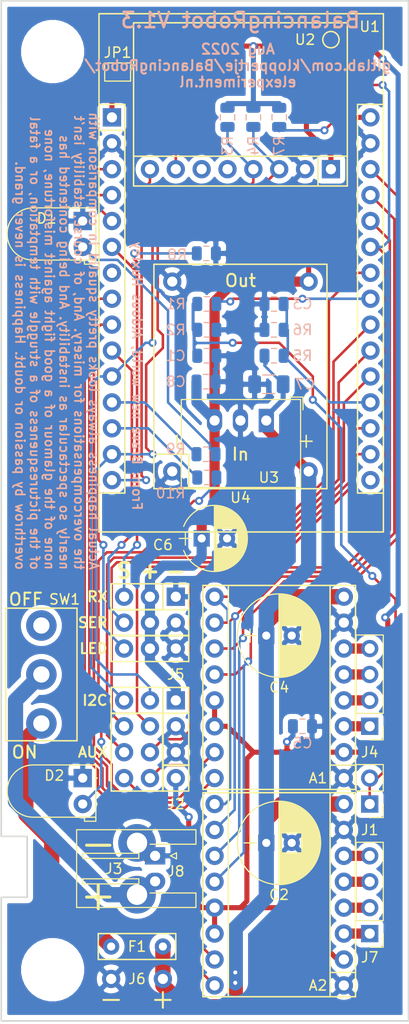
<source format=kicad_pcb>
(kicad_pcb (version 20171130) (host pcbnew "(5.1.4)-1")
  (layers (0 F.Cu signal) (31 B.Cu signal) (34 B.Paste user) (35 F.Paste user) (36 B.SilkS user) (37 F.SilkS user) (38 B.Mask user) (39 F.Mask user) (44 Edge.Cuts user))
  (net 0 "")
  (net 1 GND)
  (net 2 "Net-(C1-Pad1)")
  (net 3 +24V)
  (net 4 /BATT_VOLT)
  (net 5 VCC)
  (net 6 /LED_DATA)
  (net 7 "Net-(A1-Pad6)")
  (net 8 "Net-(A1-Pad5)")
  (net 9 "Net-(A1-Pad3)")
  (net 10 "Net-(A1-Pad4)")
  (net 11 /IBUS_RX)
  (net 12 /SERVO_PWM)
  (net 13 "Net-(A2-Pad4)")
  (net 14 "Net-(A2-Pad3)")
  (net 15 "Net-(A2-Pad5)")
  (net 16 "Net-(A2-Pad6)")
  (net 17 "Net-(JP1-Pad2)")
  (net 18 /DAC1)
  (net 19 /IMU_SDA)
  (net 20 /IMU_SCL)
  (net 21 /motAStp)
  (net 22 /motADir)
  (net 23 /motBStp)
  (net 24 "Net-(U1-Pad7)")
  (net 25 /motBDir)
  (net 26 /IMU_INT)
  (net 27 "Net-(U1-Pad16)")
  (net 28 /uStep2)
  (net 29 /uStep1)
  (net 30 /uStep0)
  (net 31 /motEn)
  (net 32 +5V)
  (net 33 "Net-(U2-Pad5)")
  (net 34 "Net-(U2-Pad6)")
  (net 35 "Net-(F1-Pad2)")
  (net 36 /AUX1)
  (net 37 /AUX2)
  (net 38 /AUX3)
  (net 39 /AUX4)
  (net 40 /AUX5)
  (net 41 /AUX6)
  (net 42 "Net-(D1-Pad2)")
  (net 43 "Net-(D2-Pad2)")
  (net 44 "Net-(J3-Pad1)")
  (net 45 "Net-(R9-Pad1)")
  (net 46 "Net-(R10-Pad1)")
  (net 47 "Net-(SW1-Pad1)")
  (module Capacitor_SMD:C_0805_2012Metric (layer B.Cu) (at 104.5695 70.358)
    (fp_text reference C8 (at -2.9695 0) (layer B.SilkS) (effects (justify mirror)))
    (fp_text value "22u 10V")
    (pad 2 smd roundrect (at 0.9375 0) (size 0.975 1.4) (layers B.Cu B.Paste B.Mask) (net 1 GND))
    (pad 1 smd roundrect (at -0.9375 0) (size 0.975 1.4) (layers B.Cu B.Paste B.Mask) (net 32 +5V))
  )
  (module mylib:LED_D5.0mm_Horizontal (layer F.Cu) (at 92.456 109.22 270)
    (fp_text reference D2 (at -0.254 2.794 180) (layer F.SilkS))
    (fp_text value LED)
    (pad 2 thru_hole circle (at 2.54 0 270) (size 1.8 1.8) (drill 0.9) (layers *.Cu *.Mask) (net 43 "Net-(D2-Pad2)"))
    (pad 1 thru_hole rect (at 0 0 270) (size 1.8 1.8) (drill 0.9) (layers *.Cu *.Mask) (net 1 GND))
  )
  (module mylib:LED_D5.0mm_Horizontal (layer F.Cu) (at 92.456 54.61 270)
    (fp_text reference D1 (at -0.254 3.556 180) (layer F.SilkS))
    (fp_text value LED)
    (pad 2 thru_hole circle (at 2.54 0 270) (size 1.8 1.8) (drill 0.9) (layers *.Cu *.Mask) (net 42 "Net-(D1-Pad2)"))
    (pad 1 thru_hole rect (at 0 0 270) (size 1.8 1.8) (drill 0.9) (layers *.Cu *.Mask) (net 1 GND))
  )
  (module Converter_DCDC:Converter_DCDC_RECOM_R-78E-0.5_THT (layer F.Cu) (at 110.49 74.168 180)
    (fp_text reference U4 (at 2.54 -7.56) (layer F.SilkS))
    (fp_text value R-78E5.0-0.5)
    (pad 3 thru_hole oval (at 5.08 0 180) (size 1.5 2.3) (drill 1) (layers *.Cu *.Mask) (net 32 +5V))
    (pad 2 thru_hole oval (at 2.54 0 180) (size 1.5 2.3) (drill 1) (layers *.Cu *.Mask) (net 1 GND))
    (pad 1 thru_hole rect (at 0 0 180) (size 1.5 2.3) (drill 1) (layers *.Cu *.Mask) (net 3 +24V))
  )
  (module Resistor_SMD:R_0805_2012Metric (layer B.Cu) (at 104.648 79.756)
    (fp_text reference R10 (at -3.556 1.524) (layer B.SilkS) (effects (justify mirror)))
    (fp_text value 100k)
    (pad 2 smd roundrect (at 0.9375 0) (size 0.975 1.4) (layers B.Cu B.Paste B.Mask) (net 43 "Net-(D2-Pad2)"))
    (pad 1 smd roundrect (at -0.9375 0) (size 0.975 1.4) (layers B.Cu B.Paste B.Mask) (net 46 "Net-(R10-Pad1)"))
  )
  (module Resistor_SMD:R_0805_2012Metric (layer B.Cu) (at 104.5695 77.47)
    (fp_text reference R9 (at -2.9695 -0.508) (layer B.SilkS) (effects (justify mirror)))
    (fp_text value 100k)
    (pad 2 smd roundrect (at 0.9375 0) (size 0.975 1.4) (layers B.Cu B.Paste B.Mask) (net 42 "Net-(D1-Pad2)"))
    (pad 1 smd roundrect (at -0.9375 0) (size 0.975 1.4) (layers B.Cu B.Paste B.Mask) (net 45 "Net-(R9-Pad1)"))
  )
  (module Resistor_SMD:R_0805_2012Metric (layer B.Cu) (at 104.5995 57.785)
    (fp_text reference R8 (at -2.8725 0.127) (layer B.SilkS) (effects (justify mirror)))
    (fp_text value 100k)
    (pad 2 smd roundrect (at 0.9375 0) (size 0.975 1.4) (layers B.Cu B.Paste B.Mask) (net 1 GND))
    (pad 1 smd roundrect (at -0.9375 0) (size 0.975 1.4) (layers B.Cu B.Paste B.Mask) (net 11 /IBUS_RX))
  )
  (module Resistor_SMD:R_0805_2012Metric (layer B.Cu) (at 111.76 44.45 270)
    (fp_text reference R7 (at 2.794 0 90) (layer B.SilkS) (effects (justify mirror)))
    (fp_text value 3k3)
    (pad 2 smd roundrect (at 0.9375 0 270) (size 0.975 1.4) (layers B.Cu B.Paste B.Mask) (net 31 /motEn))
    (pad 1 smd roundrect (at -0.9375 0 270) (size 0.975 1.4) (layers B.Cu B.Paste B.Mask) (net 5 VCC))
  )
  (module Resistor_SMD:R_0805_2012Metric (layer B.Cu) (at 111.252 65.278 180)
    (fp_text reference R6 (at -2.794 0) (layer B.SilkS) (effects (justify mirror)))
    (fp_text value 3k3)
    (pad 2 smd roundrect (at 0.9375 0 180) (size 0.975 1.4) (layers B.Cu B.Paste B.Mask) (net 1 GND))
    (pad 1 smd roundrect (at -0.9375 0 180) (size 0.975 1.4) (layers B.Cu B.Paste B.Mask) (net 4 /BATT_VOLT))
  )
  (module Resistor_SMD:R_0805_2012Metric (layer B.Cu) (at 111.252 67.818)
    (fp_text reference R5 (at 2.794 0) (layer B.SilkS) (effects (justify mirror)))
    (fp_text value 100k)
    (pad 2 smd roundrect (at 0.9375 0) (size 0.975 1.4) (layers B.Cu B.Paste B.Mask) (net 4 /BATT_VOLT))
    (pad 1 smd roundrect (at -0.9375 0) (size 0.975 1.4) (layers B.Cu B.Paste B.Mask) (net 3 +24V))
  )
  (module Resistor_SMD:R_0805_2012Metric (layer B.Cu) (at 109.22 44.45 270)
    (fp_text reference R4 (at 2.794 0 90) (layer B.SilkS) (effects (justify mirror)))
    (fp_text value 3k3)
    (pad 2 smd roundrect (at 0.9375 0 270) (size 0.975 1.4) (layers B.Cu B.Paste B.Mask) (net 20 /IMU_SCL))
    (pad 1 smd roundrect (at -0.9375 0 270) (size 0.975 1.4) (layers B.Cu B.Paste B.Mask) (net 5 VCC))
  )
  (module Resistor_SMD:R_0805_2012Metric (layer B.Cu) (at 106.68 44.45 270)
    (fp_text reference R3 (at 2.794 0 90) (layer B.SilkS) (effects (justify mirror)))
    (fp_text value 3k3)
    (pad 2 smd roundrect (at 0.9375 0 270) (size 0.975 1.4) (layers B.Cu B.Paste B.Mask) (net 19 /IMU_SDA))
    (pad 1 smd roundrect (at -0.9375 0 270) (size 0.975 1.4) (layers B.Cu B.Paste B.Mask) (net 5 VCC))
  )
  (module Resistor_SMD:R_0805_2012Metric (layer B.Cu) (at 104.648 65.278)
    (fp_text reference R2 (at -3.048 0) (layer B.SilkS) (effects (justify mirror)))
    (fp_text value 3k3)
    (pad 2 smd roundrect (at 0.9375 0) (size 0.975 1.4) (layers B.Cu B.Paste B.Mask) (net 1 GND))
    (pad 1 smd roundrect (at -0.9375 0) (size 0.975 1.4) (layers B.Cu B.Paste B.Mask) (net 2 "Net-(C1-Pad1)"))
  )
  (module Resistor_SMD:R_0805_2012Metric (layer B.Cu) (at 104.648 62.738 180)
    (fp_text reference R1 (at 3.048 0) (layer B.SilkS) (effects (justify mirror)))
    (fp_text value 3k3)
    (pad 2 smd roundrect (at 0.9375 0 180) (size 0.975 1.4) (layers B.Cu B.Paste B.Mask) (net 2 "Net-(C1-Pad1)"))
    (pad 1 smd roundrect (at -0.9375 0 180) (size 0.975 1.4) (layers B.Cu B.Paste B.Mask) (net 18 /DAC1))
  )
  (module Capacitor_SMD:C_1206_3216Metric (layer B.Cu) (at 110.744 70.612 180)
    (fp_text reference C7 (at -3.556 0) (layer B.SilkS) (effects (justify mirror)))
    (fp_text value "10u 50V")
    (pad 2 smd roundrect (at 1.4 0 180) (size 1.25 1.75) (layers B.Cu B.Paste B.Mask) (roundrect_rratio 0.2) (net 1 GND))
    (pad 1 smd roundrect (at -1.4 0 180) (size 1.25 1.75) (layers B.Cu B.Paste B.Mask) (roundrect_rratio 0.2) (net 3 +24V))
  )
  (module Capacitor_SMD:C_0805_2012Metric (layer B.Cu) (at 114.046 104.14)
    (fp_text reference C5 (at 0 1.65) (layer B.SilkS) (effects (justify mirror)))
    (fp_text value 100n)
    (pad 2 smd roundrect (at 0.9375 0) (size 0.975 1.4) (layers B.Cu B.Paste B.Mask) (net 1 GND))
    (pad 1 smd roundrect (at -0.9375 0) (size 0.975 1.4) (layers B.Cu B.Paste B.Mask) (net 5 VCC))
  )
  (module Capacitor_SMD:C_0805_2012Metric (layer B.Cu) (at 111.252 62.738 180)
    (fp_text reference C3 (at -2.794 0) (layer B.SilkS) (effects (justify mirror)))
    (fp_text value 1u)
    (pad 2 smd roundrect (at 0.9375 0 180) (size 0.975 1.4) (layers B.Cu B.Paste B.Mask) (net 1 GND))
    (pad 1 smd roundrect (at -0.9375 0 180) (size 0.975 1.4) (layers B.Cu B.Paste B.Mask) (net 4 /BATT_VOLT))
  )
  (module Capacitor_SMD:C_0805_2012Metric (layer B.Cu) (at 104.648 67.818)
    (fp_text reference C1 (at -3.048 0) (layer B.SilkS) (effects (justify mirror)))
    (fp_text value 1u)
    (pad 2 smd roundrect (at 0.9375 0) (size 0.975 1.4) (layers B.Cu B.Paste B.Mask) (net 1 GND))
    (pad 1 smd roundrect (at -0.9375 0) (size 0.975 1.4) (layers B.Cu B.Paste B.Mask) (net 2 "Net-(C1-Pad1)"))
  )
  (module Connector_JST:JST_XH_S02B-XH-A-1_1x02_P2.50mm_Horizontal (layer F.Cu) (at 99.568 116.84 270)
    (fp_text reference J8 (at 1.524 -2.032 180) (layer F.SilkS))
    (fp_text value Conn_01x02_Male)
    (pad 2 thru_hole oval (at 2.5 0 270) (size 1.7 2) (drill 1) (layers *.Cu *.Mask) (net 44 "Net-(J3-Pad1)"))
    (pad 1 thru_hole rect (at 0 0 270) (size 1.7 2) (drill 1) (layers *.Cu *.Mask) (net 1 GND))
  )
  (module mylib:pinHeader_3x3 (layer F.Cu) (at 99.06 93.98 270)
    (fp_text reference J5 (at 5.08 -2.54) (layer F.SilkS))
    (fp_text value conn_3x3 hide)
    (pad 9 thru_hole circle (at 2.54 2.54 270) (size 1.8 1.8) (drill 1) (layers *.Cu *.Mask) (net 6 /LED_DATA))
    (pad 8 thru_hole circle (at 2.54 0 270) (size 1.8 1.8) (drill 1) (layers *.Cu *.Mask) (net 32 +5V))
    (pad 7 thru_hole circle (at 2.54 -2.54 270) (size 1.8 1.8) (drill 1) (layers *.Cu *.Mask) (net 1 GND))
    (pad 6 thru_hole circle (at 0 2.54 270) (size 1.8 1.8) (drill 1) (layers *.Cu *.Mask) (net 12 /SERVO_PWM))
    (pad 5 thru_hole circle (at 0 0 270) (size 1.8 1.8) (drill 1) (layers *.Cu *.Mask) (net 32 +5V))
    (pad 4 thru_hole circle (at 0 -2.54 270) (size 1.8 1.8) (drill 1) (layers *.Cu *.Mask) (net 1 GND))
    (pad 3 thru_hole circle (at -2.54 2.54 270) (size 1.8 1.8) (drill 1) (layers *.Cu *.Mask) (net 11 /IBUS_RX))
    (pad 2 thru_hole circle (at -2.54 0 270) (size 1.8 1.8) (drill 1) (layers *.Cu *.Mask) (net 32 +5V))
    (pad 1 thru_hole rect (at -2.54 -2.54 270) (size 1.8 1.8) (drill 1) (layers *.Cu *.Mask) (net 1 GND))
  )
  (module mylib:pinHeader_3x4 (layer F.Cu) (at 99.06 105.41 270)
    (fp_text reference J2 (at 6.35 -2.54) (layer F.SilkS))
    (fp_text value conn_3x4 hide)
    (pad 12 thru_hole circle (at 3.81 2.54 270) (size 1.8 1.8) (drill 1) (layers *.Cu *.Mask) (net 41 /AUX6))
    (pad 11 thru_hole circle (at 3.81 0 270) (size 1.8 1.8) (drill 1) (layers *.Cu *.Mask) (net 40 /AUX5))
    (pad 10 thru_hole circle (at 3.81 -2.54 270) (size 1.8 1.8) (drill 1) (layers *.Cu *.Mask) (net 5 VCC))
    (pad 9 thru_hole circle (at 1.27 2.54 270) (size 1.8 1.8) (drill 1) (layers *.Cu *.Mask) (net 39 /AUX4))
    (pad 8 thru_hole circle (at 1.27 0 270) (size 1.8 1.8) (drill 1) (layers *.Cu *.Mask) (net 38 /AUX3))
    (pad 7 thru_hole circle (at 1.27 -2.54 270) (size 1.8 1.8) (drill 1) (layers *.Cu *.Mask) (net 1 GND))
    (pad 6 thru_hole circle (at -1.27 2.54 270) (size 1.8 1.8) (drill 1) (layers *.Cu *.Mask) (net 37 /AUX2))
    (pad 5 thru_hole circle (at -1.27 0 270) (size 1.8 1.8) (drill 1) (layers *.Cu *.Mask) (net 36 /AUX1))
    (pad 4 thru_hole circle (at -1.27 -2.54 270) (size 1.8 1.8) (drill 1) (layers *.Cu *.Mask) (net 1 GND))
    (pad 3 thru_hole circle (at -3.81 2.54 270) (size 1.8 1.8) (drill 1) (layers *.Cu *.Mask) (net 19 /IMU_SDA))
    (pad 2 thru_hole circle (at -3.81 0 270) (size 1.8 1.8) (drill 1) (layers *.Cu *.Mask) (net 20 /IMU_SCL))
    (pad 1 thru_hole rect (at -3.81 -2.54 270) (size 1.8 1.8) (drill 1) (layers *.Cu *.Mask) (net 32 +5V))
  )
  (module mylib:ESP32-devkit-30p (layer F.Cu) (at 108.025001 62.23)
    (fp_text reference U1 (at 12.624999 -26.67) (layer F.SilkS))
    (fp_text value ESP32-devKit)
    (pad 30 thru_hole circle (at 12.7 -17.78) (size 1.8 1.8) (drill 1) (layers *.Cu *.Mask) (net 32 +5V))
    (pad 29 thru_hole circle (at 12.7 -15.24) (size 1.8 1.8) (drill 1) (layers *.Cu *.Mask) (net 1 GND))
    (pad 28 thru_hole circle (at 12.7 -12.7) (size 1.8 1.8) (drill 1) (layers *.Cu *.Mask) (net 28 /uStep2))
    (pad 27 thru_hole circle (at 12.7 -10.16) (size 1.8 1.8) (drill 1) (layers *.Cu *.Mask) (net 29 /uStep1))
    (pad 26 thru_hole circle (at 12.7 -7.62) (size 1.8 1.8) (drill 1) (layers *.Cu *.Mask) (net 30 /uStep0))
    (pad 25 thru_hole circle (at 12.7 -5.08) (size 1.8 1.8) (drill 1) (layers *.Cu *.Mask) (net 31 /motEn))
    (pad 24 thru_hole circle (at 12.7 -2.54) (size 1.8 1.8) (drill 1) (layers *.Cu *.Mask) (net 39 /AUX4))
    (pad 23 thru_hole circle (at 12.7 0) (size 1.8 1.8) (drill 1) (layers *.Cu *.Mask) (net 18 /DAC1))
    (pad 22 thru_hole circle (at 12.7 2.54) (size 1.8 1.8) (drill 1) (layers *.Cu *.Mask) (net 37 /AUX2))
    (pad 21 thru_hole circle (at 12.7 5.08) (size 1.8 1.8) (drill 1) (layers *.Cu *.Mask) (net 36 /AUX1))
    (pad 20 thru_hole circle (at 12.7 7.62) (size 1.8 1.8) (drill 1) (layers *.Cu *.Mask) (net 38 /AUX3))
    (pad 19 thru_hole circle (at 12.7 10.16) (size 1.8 1.8) (drill 1) (layers *.Cu *.Mask) (net 4 /BATT_VOLT))
    (pad 18 thru_hole circle (at 12.7 12.7) (size 1.8 1.8) (drill 1) (layers *.Cu *.Mask) (net 40 /AUX5))
    (pad 17 thru_hole circle (at 12.7 15.24) (size 1.8 1.8) (drill 1) (layers *.Cu *.Mask) (net 41 /AUX6))
    (pad 16 thru_hole circle (at 12.7 17.78) (size 1.8 1.8) (drill 1) (layers *.Cu *.Mask) (net 27 "Net-(U1-Pad16)"))
    (pad 15 thru_hole circle (at -12.7 17.78) (size 1.8 1.8) (drill 1) (layers *.Cu *.Mask) (net 26 /IMU_INT))
    (pad 14 thru_hole circle (at -12.7 15.24) (size 1.8 1.8) (drill 1) (layers *.Cu *.Mask) (net 20 /IMU_SCL))
    (pad 13 thru_hole circle (at -12.7 12.7) (size 1.8 1.8) (drill 1) (layers *.Cu *.Mask) (net 46 "Net-(R10-Pad1)"))
    (pad 12 thru_hole circle (at -12.7 10.16) (size 1.8 1.8) (drill 1) (layers *.Cu *.Mask) (net 45 "Net-(R9-Pad1)"))
    (pad 11 thru_hole circle (at -12.7 7.62) (size 1.8 1.8) (drill 1) (layers *.Cu *.Mask) (net 19 /IMU_SDA))
    (pad 10 thru_hole circle (at -12.7 5.08) (size 1.8 1.8) (drill 1) (layers *.Cu *.Mask) (net 12 /SERVO_PWM))
    (pad 9 thru_hole circle (at -12.7 2.54) (size 1.8 1.8) (drill 1) (layers *.Cu *.Mask) (net 6 /LED_DATA))
    (pad 8 thru_hole circle (at -12.7 0) (size 1.8 1.8) (drill 1) (layers *.Cu *.Mask) (net 21 /motAStp))
    (pad 7 thru_hole circle (at -12.7 -2.54) (size 1.8 1.8) (drill 1) (layers *.Cu *.Mask) (net 24 "Net-(U1-Pad7)"))
    (pad 6 thru_hole circle (at -12.7 -5.08) (size 1.8 1.8) (drill 1) (layers *.Cu *.Mask) (net 11 /IBUS_RX))
    (pad 5 thru_hole circle (at -12.7 -7.62) (size 1.8 1.8) (drill 1) (layers *.Cu *.Mask) (net 22 /motADir))
    (pad 4 thru_hole circle (at -12.7 -10.16) (size 1.8 1.8) (drill 1) (layers *.Cu *.Mask) (net 23 /motBStp))
    (pad 3 thru_hole circle (at -12.7 -12.7) (size 1.8 1.8) (drill 1) (layers *.Cu *.Mask) (net 25 /motBDir))
    (pad 2 thru_hole circle (at -12.7 -15.24) (size 1.8 1.8) (drill 1) (layers *.Cu *.Mask) (net 1 GND))
    (pad 1 thru_hole rect (at -12.7 -17.78) (size 1.8 1.8) (drill 1) (layers *.Cu *.Mask) (net 5 VCC))
  )
  (module mylib:buck-converter-adj (layer F.Cu) (at 107.95 69.85 90)
    (fp_text reference U3 (at -9.906 2.794 180) (layer F.SilkS))
    (fp_text value buckConverter-adj)
    (fp_text user + (at -6.35 6.35 90) (layer F.SilkS) (effects (font (size 1.5 1.5))))
    (fp_text user - (at -6.35 -6.35 90) (layer F.SilkS) (effects (font (size 1.5 1.5))))
    (pad 4 thru_hole circle (at 9.3 -6.7 90) (size 1.8 1.8) (drill 1) (layers *.Cu *.Mask) (net 1 GND))
    (pad 3 thru_hole circle (at 9.3 6.7 90) (size 1.8 1.8) (drill 1) (layers *.Cu *.Mask) (net 32 +5V))
    (pad 2 thru_hole circle (at -9.3 6.7 90) (size 1.8 1.8) (drill 1) (layers *.Cu *.Mask) (net 3 +24V))
    (pad 1 thru_hole circle (at -9.3 -6.7 90) (size 1.8 1.8) (drill 1) (layers *.Cu *.Mask) (net 1 GND))
  )
  (module mylib:DRV8825-breakout (layer F.Cu) (at 111.76 120.65 180)
    (fp_text reference A2 (at -3.81 -8.89 180) (layer F.SilkS))
    (fp_text value Pololu_Breakout_DRV8825)
    (pad 1 thru_hole circle (at -6.35 -8.89 180) (size 1.8 1.8) (drill 1) (layers *.Cu *.Mask) (net 1 GND))
    (pad 2 thru_hole circle (at -6.35 -6.35 180) (size 1.8 1.8) (drill 1) (layers *.Cu *.Mask) (net 5 VCC))
    (pad 3 thru_hole circle (at -6.35 -3.81 180) (size 1.8 1.8) (drill 1) (layers *.Cu *.Mask) (net 14 "Net-(A2-Pad3)"))
    (pad 4 thru_hole circle (at -6.35 -1.27 180) (size 1.8 1.8) (drill 1) (layers *.Cu *.Mask) (net 13 "Net-(A2-Pad4)"))
    (pad 5 thru_hole circle (at -6.35 1.27 180) (size 1.8 1.8) (drill 1) (layers *.Cu *.Mask) (net 15 "Net-(A2-Pad5)"))
    (pad 6 thru_hole circle (at -6.35 3.81 180) (size 1.8 1.8) (drill 1) (layers *.Cu *.Mask) (net 16 "Net-(A2-Pad6)"))
    (pad 7 thru_hole circle (at -6.35 6.35 180) (size 1.8 1.8) (drill 1) (layers *.Cu *.Mask) (net 1 GND))
    (pad 8 thru_hole circle (at -6.35 8.89 180) (size 1.8 1.8) (drill 1) (layers *.Cu *.Mask) (net 3 +24V))
    (pad 9 thru_hole circle (at 6.35 8.89 180) (size 1.8 1.8) (drill 1) (layers *.Cu *.Mask) (net 31 /motEn))
    (pad 10 thru_hole circle (at 6.35 6.35 180) (size 1.8 1.8) (drill 1) (layers *.Cu *.Mask) (net 30 /uStep0))
    (pad 11 thru_hole circle (at 6.35 3.81 180) (size 1.8 1.8) (drill 1) (layers *.Cu *.Mask) (net 29 /uStep1))
    (pad 12 thru_hole circle (at 6.35 1.27 180) (size 1.8 1.8) (drill 1) (layers *.Cu *.Mask) (net 28 /uStep2))
    (pad 13 thru_hole circle (at 6.35 -1.27 180) (size 1.8 1.8) (drill 1) (layers *.Cu *.Mask) (net 5 VCC))
    (pad 14 thru_hole circle (at 6.35 -3.81 180) (size 1.8 1.8) (drill 1) (layers *.Cu *.Mask) (net 5 VCC))
    (pad 15 thru_hole circle (at 6.35 -6.35 180) (size 1.8 1.8) (drill 1) (layers *.Cu *.Mask) (net 23 /motBStp))
    (pad 16 thru_hole circle (at 6.35 -8.89 180) (size 1.8 1.8) (drill 1) (layers *.Cu *.Mask) (net 25 /motBDir))
  )
  (module Mounting_Holes:MountingHole_3.2mm_M3_DIN965 (layer F.Cu) (at 89.5 38)
    (fp_text reference REF** hide)
    (fp_text value MountingHole_3.2mm_M3_DIN965)
    (pad 1 np_thru_hole circle (at 0 0) (size 3.2 3.2) (drill 3.2) (layers *.Cu *.Mask))
  )
  (module mylib:MPU6050-breakout-angledHeader (layer F.Cu) (at 107.95 43.18 270)
    (fp_text reference U2 (at -6.35 -6.35) (layer F.SilkS))
    (fp_text value MPU6050-breakout hide)
    (pad 8 thru_hole circle (at 6.35 8.89 270) (size 1.8 1.8) (drill 1) (layers *.Cu *.Mask) (net 26 /IMU_INT))
    (pad 7 thru_hole circle (at 6.35 6.35 270) (size 1.8 1.8) (drill 1) (layers *.Cu *.Mask) (net 17 "Net-(JP1-Pad2)"))
    (pad 6 thru_hole circle (at 6.35 3.81 270) (size 1.8 1.8) (drill 1) (layers *.Cu *.Mask) (net 34 "Net-(U2-Pad6)"))
    (pad 5 thru_hole circle (at 6.35 1.27 270) (size 1.8 1.8) (drill 1) (layers *.Cu *.Mask) (net 33 "Net-(U2-Pad5)"))
    (pad 4 thru_hole circle (at 6.35 -1.27 270) (size 1.8 1.8) (drill 1) (layers *.Cu *.Mask) (net 19 /IMU_SDA))
    (pad 3 thru_hole circle (at 6.35 -3.81 270) (size 1.8 1.8) (drill 1) (layers *.Cu *.Mask) (net 20 /IMU_SCL))
    (pad 2 thru_hole circle (at 6.35 -6.35 270) (size 1.8 1.8) (drill 1) (layers *.Cu *.Mask) (net 1 GND))
    (pad 1 thru_hole rect (at 6.35 -8.89 270) (size 1.8 1.8) (drill 1) (layers *.Cu *.Mask) (net 5 VCC))
  )
  (module Capacitors_THT:CP_Radial_D8.0mm_P2.50mm (layer F.Cu) (at 110.49 95.25)
    (fp_text reference C4 (at 1.27 5.08) (layer F.SilkS))
    (fp_text value 100u)
    (pad 1 thru_hole rect (at 0 0) (size 1.6 1.6) (drill 0.8) (layers *.Cu *.Mask) (net 3 +24V))
    (pad 2 thru_hole circle (at 2.5 0) (size 1.6 1.6) (drill 0.8) (layers *.Cu *.Mask) (net 1 GND))
  )
  (module Socket_Strips:Socket_Strip_Straight_1x02_Pitch2.54mm (layer F.Cu) (at 120.65 111.76 180)
    (fp_text reference J1 (at 0 -2.54) (layer F.SilkS))
    (fp_text value Conn_01x02_Female)
    (pad 1 thru_hole rect (at 0 0 180) (size 1.7 1.7) (drill 1) (layers *.Cu *.Mask) (net 2 "Net-(C1-Pad1)"))
    (pad 2 thru_hole oval (at 0 2.54 180) (size 1.7 1.7) (drill 1) (layers *.Cu *.Mask) (net 2 "Net-(C1-Pad1)"))
  )
  (module Socket_Strips:Socket_Strip_Straight_1x04_Pitch2.54mm (layer F.Cu) (at 120.65 104.14 180)
    (fp_text reference J4 (at 0 -2.54 180) (layer F.SilkS))
    (fp_text value Conn_01x04_Female)
    (pad 1 thru_hole rect (at 0 0 180) (size 1.7 1.7) (drill 1) (layers *.Cu *.Mask) (net 9 "Net-(A1-Pad3)"))
    (pad 2 thru_hole oval (at 0 2.54 180) (size 1.7 1.7) (drill 1) (layers *.Cu *.Mask) (net 10 "Net-(A1-Pad4)"))
    (pad 3 thru_hole oval (at 0 5.08 180) (size 1.7 1.7) (drill 1) (layers *.Cu *.Mask) (net 8 "Net-(A1-Pad5)"))
    (pad 4 thru_hole oval (at 0 7.62 180) (size 1.7 1.7) (drill 1) (layers *.Cu *.Mask) (net 7 "Net-(A1-Pad6)"))
  )
  (module Socket_Strips:Socket_Strip_Straight_1x04_Pitch2.54mm (layer F.Cu) (at 120.65 124.46 180)
    (fp_text reference J7 (at 0 -2.33 180) (layer F.SilkS))
    (fp_text value Conn_01x04_Female)
    (pad 1 thru_hole rect (at 0 0 180) (size 1.7 1.7) (drill 1) (layers *.Cu *.Mask) (net 14 "Net-(A2-Pad3)"))
    (pad 2 thru_hole oval (at 0 2.54 180) (size 1.7 1.7) (drill 1) (layers *.Cu *.Mask) (net 13 "Net-(A2-Pad4)"))
    (pad 3 thru_hole oval (at 0 5.08 180) (size 1.7 1.7) (drill 1) (layers *.Cu *.Mask) (net 15 "Net-(A2-Pad5)"))
    (pad 4 thru_hole oval (at 0 7.62 180) (size 1.7 1.7) (drill 1) (layers *.Cu *.Mask) (net 16 "Net-(A2-Pad6)"))
  )
  (module Connectors:GS2 (layer F.Cu) (at 95.885 40.005 90)
    (fp_text reference JP1 (at 1.905 0) (layer F.SilkS))
    (fp_text value Jumper)
    (pad 1 smd rect (at 0 -0.64 90) (size 1.27 0.97) (layers F.Cu F.Paste F.Mask) (net 5 VCC))
    (pad 2 smd rect (at 0 0.64 90) (size 1.27 0.97) (layers F.Cu F.Paste F.Mask) (net 17 "Net-(JP1-Pad2)"))
  )
  (module mylib:wirePad-2x-2mm (layer F.Cu) (at 97.79 118.11 90)
    (fp_text reference J3 (at 0 -2.286 180) (layer F.SilkS))
    (fp_text value Conn_01x02_Male hide)
    (pad 2 thru_hole circle (at 2.54 0 90) (size 3.7 3.7) (drill 2) (layers *.Cu *.Mask) (net 1 GND))
    (pad 1 thru_hole circle (at -2.54 0 90) (size 3.7 3.7) (drill 2) (layers *.Cu *.Mask) (net 44 "Net-(J3-Pad1)"))
  )
  (module Capacitors_THT:CP_Radial_D8.0mm_P2.50mm (layer F.Cu) (at 110.49 115.57)
    (fp_text reference C2 (at 1.25 5.08) (layer F.SilkS))
    (fp_text value 100u)
    (pad 2 thru_hole circle (at 2.5 0) (size 1.6 1.6) (drill 0.8) (layers *.Cu *.Mask) (net 1 GND))
    (pad 1 thru_hole rect (at 0 0) (size 1.6 1.6) (drill 0.8) (layers *.Cu *.Mask) (net 3 +24V))
  )
  (module Mounting_Holes:MountingHole_3.2mm_M3_DIN965 (layer F.Cu) (at 89.5 128)
    (fp_text reference REF** hide)
    (fp_text value MountingHole_3.2mm_M3_DIN965)
    (pad 1 np_thru_hole circle (at 0 0) (size 3.2 3.2) (drill 3.2) (layers *.Cu *.Mask))
  )
  (module mylib:polyfuse-5.08mm (layer F.Cu) (at 97.79 125.73 180)
    (fp_text reference F1 (at 0 0 180) (layer F.SilkS))
    (fp_text value Polyfuse hide)
    (pad 1 thru_hole circle (at -2.54 0 180) (size 1.6 1.6) (drill 0.8) (layers *.Cu *.Mask) (net 3 +24V))
    (pad 2 thru_hole circle (at 2.54 0 180) (size 1.6 1.6) (drill 0.8) (layers *.Cu *.Mask) (net 35 "Net-(F1-Pad2)"))
  )
  (module mylib:DRV8825-breakout (layer F.Cu) (at 111.76 100.33 180)
    (fp_text reference A1 (at -3.81 -8.89 180) (layer F.SilkS))
    (fp_text value Pololu_Breakout_DRV8825)
    (pad 16 thru_hole circle (at 6.35 -8.89 180) (size 1.8 1.8) (drill 1) (layers *.Cu *.Mask) (net 22 /motADir))
    (pad 15 thru_hole circle (at 6.35 -6.35 180) (size 1.8 1.8) (drill 1) (layers *.Cu *.Mask) (net 21 /motAStp))
    (pad 14 thru_hole circle (at 6.35 -3.81 180) (size 1.8 1.8) (drill 1) (layers *.Cu *.Mask) (net 5 VCC))
    (pad 13 thru_hole circle (at 6.35 -1.27 180) (size 1.8 1.8) (drill 1) (layers *.Cu *.Mask) (net 5 VCC))
    (pad 12 thru_hole circle (at 6.35 1.27 180) (size 1.8 1.8) (drill 1) (layers *.Cu *.Mask) (net 28 /uStep2))
    (pad 11 thru_hole circle (at 6.35 3.81 180) (size 1.8 1.8) (drill 1) (layers *.Cu *.Mask) (net 29 /uStep1))
    (pad 10 thru_hole circle (at 6.35 6.35 180) (size 1.8 1.8) (drill 1) (layers *.Cu *.Mask) (net 30 /uStep0))
    (pad 9 thru_hole circle (at 6.35 8.89 180) (size 1.8 1.8) (drill 1) (layers *.Cu *.Mask) (net 31 /motEn))
    (pad 8 thru_hole circle (at -6.35 8.89 180) (size 1.8 1.8) (drill 1) (layers *.Cu *.Mask) (net 3 +24V))
    (pad 7 thru_hole circle (at -6.35 6.35 180) (size 1.8 1.8) (drill 1) (layers *.Cu *.Mask) (net 1 GND))
    (pad 6 thru_hole circle (at -6.35 3.81 180) (size 1.8 1.8) (drill 1) (layers *.Cu *.Mask) (net 7 "Net-(A1-Pad6)"))
    (pad 5 thru_hole circle (at -6.35 1.27 180) (size 1.8 1.8) (drill 1) (layers *.Cu *.Mask) (net 8 "Net-(A1-Pad5)"))
    (pad 4 thru_hole circle (at -6.35 -1.27 180) (size 1.8 1.8) (drill 1) (layers *.Cu *.Mask) (net 10 "Net-(A1-Pad4)"))
    (pad 3 thru_hole circle (at -6.35 -3.81 180) (size 1.8 1.8) (drill 1) (layers *.Cu *.Mask) (net 9 "Net-(A1-Pad3)"))
    (pad 2 thru_hole circle (at -6.35 -6.35 180) (size 1.8 1.8) (drill 1) (layers *.Cu *.Mask) (net 5 VCC))
    (pad 1 thru_hole circle (at -6.35 -8.89 180) (size 1.8 1.8) (drill 1) (layers *.Cu *.Mask) (net 1 GND))
  )
  (module Capacitors_THT:CP_Radial_D6.3mm_P2.50mm (layer F.Cu) (at 104.14 85.725)
    (fp_text reference C6 (at -3.81 0.635) (layer F.SilkS))
    (fp_text value 470u)
    (pad 2 thru_hole circle (at 2.5 0) (size 1.6 1.6) (drill 0.8) (layers *.Cu *.Mask) (net 1 GND))
    (pad 1 thru_hole rect (at 0 0) (size 1.6 1.6) (drill 0.8) (layers *.Cu *.Mask) (net 32 +5V))
  )
  (module mylib:pinHeader_2x1_5.08mm (layer F.Cu) (at 97.79 128.905 180)
    (fp_text reference J6 (at 0 0 180) (layer F.SilkS))
    (fp_text value Conn_01x02_Male)
    (pad 1 thru_hole circle (at -2.54 0 180) (size 1.8 1.8) (drill 1) (layers *.Cu *.Mask) (net 3 +24V))
    (pad 2 thru_hole circle (at 2.54 0 180) (size 1.8 1.8) (drill 1) (layers *.Cu *.Mask) (net 1 GND))
  )
  (module mylib:switch_slider_SPDT (layer F.Cu) (at 88.392 99.06 270)
    (fp_text reference SW1 (at -7.366 -2.286 180) (layer F.SilkS))
    (fp_text value SW_SPDT)
    (pad 1 thru_hole circle (at -4.8 0 270) (size 3 3) (drill 1.6) (layers *.Cu *.Mask) (net 47 "Net-(SW1-Pad1)"))
    (pad 2 thru_hole circle (at 0 0 270) (size 3 3) (drill 1.6) (layers *.Cu *.Mask) (net 44 "Net-(J3-Pad1)"))
    (pad 3 thru_hole circle (at 4.8 0 270) (size 3 3) (drill 1.6) (layers *.Cu *.Mask) (net 35 "Net-(F1-Pad2)"))
  )
  (gr_text "From: Brave new world, Aldous Huxley" (at 97.79 83.058 270) (layer B.SilkS) (effects (font (size 0.9 0.9) (thickness 0.17)) (justify left mirror)))
  (gr_text "Actual happiness always looks pretty squalid in comparison with \nthe overcompensations for misery. And, of course, stability isn't \nnearly so spectacular as instability. And being contented has \nnone of the glamour of a good fight against misfortune, none \nof the picturesqueness of a struggle with temptation, or a fatal \noverthrow by passion or doubt. Happiness is never grand.\n" (at 89.916 88.9 270) (layer B.SilkS) (effects (font (size 0.9 0.9) (thickness 0.17)) (justify left mirror)))
  (gr_text OFF (at 88.646 91.694) (layer F.SilkS) (effects (font (size 1.2 1.2) (thickness 0.2)) (justify right)))
  (gr_text ON (at 88.138 106.68) (layer F.SilkS) (effects (font (size 1.2 1.2) (thickness 0.2)) (justify right)))
  (gr_line (start 84.455 120.904) (end 84.46 133.02) (layer Edge.Cuts) (width 0.15))
  (gr_line (start 86.995 120.904) (end 84.455 120.904) (layer Edge.Cuts) (width 0.15))
  (gr_line (start 86.995 114.935) (end 86.995 120.904) (layer Edge.Cuts) (width 0.15))
  (gr_line (start 84.455 114.935) (end 86.995 114.935) (layer Edge.Cuts) (width 0.15))
  (gr_line (start 100.33 107.95) (end 102.87 107.95) (layer F.SilkS) (width 0.2))
  (gr_text - (at 95.25 130.81) (layer F.SilkS) (effects (font (size 2 2) (thickness 0.2))))
  (gr_text + (at 100.33 130.81) (layer F.SilkS) (effects (font (size 2 2) (thickness 0.2))))
  (gr_text Out (at 107.95 60.452) (layer F.SilkS) (effects (font (size 1.2 1.2) (thickness 0.2))))
  (gr_text In (at 107.95 77.47) (layer F.SilkS) (effects (font (size 1.2 1.2) (thickness 0.2))))
  (gr_text "Aug 2022\ngitlab.com/kloppertje/BalancingRobot/\nelexperiment.nl" (at 107.696 39.37) (layer B.SilkS) (effects (font (size 1 1) (thickness 0.2)) (justify mirror)))
  (gr_line (start 102.87 95.25) (end 95.25 95.25) (layer F.SilkS) (width 0.2))
  (gr_line (start 95.25 92.71) (end 100.33 92.71) (layer F.SilkS) (width 0.2))
  (gr_line (start 100.33 102.87) (end 100.33 110.49) (layer F.SilkS) (width 0.2))
  (gr_line (start 95.25 102.87) (end 100.33 102.87) (layer F.SilkS) (width 0.2))
  (gr_text AUX (at 94.996 106.68) (layer F.SilkS) (effects (font (size 1 1) (thickness 0.2)) (justify right)))
  (gr_text I2C (at 94.996 101.6) (layer F.SilkS) (effects (font (size 1 1) (thickness 0.2)) (justify right)))
  (gr_text LED (at 94.996 96.52) (layer F.SilkS) (effects (font (size 1 1) (thickness 0.2)) (justify right)))
  (gr_text SER (at 94.996 93.98) (layer F.SilkS) (effects (font (size 1 1) (thickness 0.2)) (justify right)))
  (gr_text RX (at 94.996 91.44) (layer F.SilkS) (effects (font (size 1 1) (thickness 0.2)) (justify right)))
  (gr_text - (at 93.98 115.57) (layer F.SilkS) (effects (font (size 3 3) (thickness 0.3))))
  (gr_text + (at 93.98 120.65) (layer F.SilkS) (effects (font (size 3 3) (thickness 0.3))))
  (gr_text S (at 96.52 88.9) (layer F.SilkS) (effects (font (size 1.5 1.5) (thickness 0.3))))
  (gr_text + (at 99.06 88.9) (layer F.SilkS) (effects (font (size 1.5 1.5) (thickness 0.3))))
  (gr_text - (at 101.6 88.9) (layer F.SilkS) (effects (font (size 1.5 1.5) (thickness 0.3))))
  (gr_line (start 124.46 133.02) (end 124.46 33.02) (layer Edge.Cuts) (width 0.15))
  (gr_line (start 84.46 133.02) (end 124.46 133.02) (layer Edge.Cuts) (width 0.15))
  (gr_line (start 84.46 33.02) (end 84.455 114.935) (layer Edge.Cuts) (width 0.15))
  (gr_line (start 124.46 33.02) (end 84.46 33.02) (layer Edge.Cuts) (width 0.15))
  (gr_text "BalancingRobot V1.3" (at 107.95 34.925) (layer B.SilkS) (effects (font (size 1.5 1.5) (thickness 0.25)) (justify mirror)))
  (segment (start 113.01 95.27) (end 112.99 95.25) (width 0.25) (layer F.Cu) (net 1))
  (segment (start 97.79 115.57) (end 99.06 116.84) (width 1.5) (layer F.Cu) (net 1))
  (segment (start 120.65 111.76) (end 120.65 109.22) (width 0.25) (layer F.Cu) (net 2))
  (segment (start 123.19 91.694) (end 123.19 107.442) (width 0.25) (layer F.Cu) (net 2))
  (segment (start 115.062 69.85) (end 111.76 66.548) (width 0.25) (layer F.Cu) (net 2))
  (segment (start 115.062 72.136) (end 115.062 69.85) (width 0.25) (layer F.Cu) (net 2))
  (segment (start 117.856 74.93) (end 115.062 72.136) (width 0.25) (layer B.Cu) (net 2))
  (via (at 115.062 72.136) (size 0.8) (drill 0.4) (layers F.Cu B.Cu) (net 2))
  (segment (start 117.856 86.36) (end 117.856 74.93) (width 0.25) (layer B.Cu) (net 2))
  (segment (start 118.11 86.614) (end 117.856 86.36) (width 0.25) (layer B.Cu) (net 2))
  (segment (start 119.126 87.63) (end 118.11 86.614) (width 0.25) (layer B.Cu) (net 2))
  (segment (start 120.904 89.408) (end 123.19 91.694) (width 0.25) (layer F.Cu) (net 2))
  (segment (start 123.19 107.442) (end 121.412 109.22) (width 0.25) (layer F.Cu) (net 2))
  (segment (start 121.412 109.22) (end 120.65 109.22) (width 0.25) (layer F.Cu) (net 2))
  (via (at 120.904 89.408) (size 0.8) (drill 0.4) (layers F.Cu B.Cu) (net 2))
  (segment (start 120.65 89.154) (end 120.904 89.408) (width 0.25) (layer B.Cu) (net 2))
  (segment (start 119.126 87.63) (end 120.65 89.154) (width 0.25) (layer B.Cu) (net 2))
  (segment (start 103.378 67.838) (end 103.398 67.818) (width 0.3) (layer B.Cu) (net 2))
  (segment (start 103.398 65.378) (end 103.298 65.278) (width 0.3) (layer B.Cu) (net 2))
  (segment (start 103.298 65.278) (end 103.298 62.738) (width 0.3) (layer B.Cu) (net 2))
  (segment (start 103.438 66.782) (end 103.652 66.568) (width 0.25) (layer B.Cu) (net 2))
  (segment (start 103.398 66.782) (end 103.438 66.782) (width 0.25) (layer B.Cu) (net 2))
  (segment (start 103.652 66.568) (end 103.398 66.568) (width 0.25) (layer B.Cu) (net 2))
  (segment (start 103.398 66.782) (end 103.398 66.568) (width 0.3) (layer B.Cu) (net 2))
  (segment (start 103.398 67.818) (end 103.398 66.782) (width 0.3) (layer B.Cu) (net 2))
  (segment (start 103.398 66.314) (end 103.652 66.568) (width 0.25) (layer B.Cu) (net 2))
  (segment (start 103.398 66.314) (end 103.398 65.378) (width 0.3) (layer B.Cu) (net 2))
  (segment (start 103.398 66.568) (end 103.398 66.314) (width 0.3) (layer B.Cu) (net 2))
  (segment (start 104.9605 66.568) (end 103.652 66.568) (width 0.25) (layer B.Cu) (net 2))
  (segment (start 107.188 66.548) (end 104.9805 66.548) (width 0.25) (layer B.Cu) (net 2))
  (segment (start 104.9805 66.548) (end 104.9605 66.568) (width 0.25) (layer B.Cu) (net 2))
  (via (at 107.188 66.548) (size 0.8) (drill 0.4) (layers F.Cu B.Cu) (net 2))
  (segment (start 111.76 66.548) (end 107.188 66.548) (width 0.25) (layer F.Cu) (net 2))
  (segment (start 110.49 115.57) (end 110.49 95.25) (width 1.5) (layer B.Cu) (net 3))
  (segment (start 110.49 95.25) (end 110.49 92.71) (width 1.5) (layer B.Cu) (net 3))
  (segment (start 110.49 92.71) (end 114.65 88.55) (width 1.5) (layer B.Cu) (net 3))
  (segment (start 114.65 88.55) (end 114.65 79.15) (width 1.5) (layer B.Cu) (net 3))
  (segment (start 110.41 67.818) (end 110.41 68.5) (width 0.3) (layer B.Cu) (net 3))
  (segment (start 110.41 68.5) (end 110.49 68.58) (width 0.3) (layer B.Cu) (net 3))
  (via (at 107.442 128.27) (size 0.8) (drill 0.4) (layers F.Cu B.Cu) (net 3))
  (segment (start 110.49 120.904) (end 110.49 115.57) (width 1.5) (layer B.Cu) (net 3))
  (segment (start 107.442 128.27) (end 107.442 123.952) (width 1.5) (layer B.Cu) (net 3))
  (segment (start 107.442 123.952) (end 110.49 120.904) (width 1.5) (layer B.Cu) (net 3))
  (via (at 107.442 129.286) (size 0.8) (drill 0.4) (layers F.Cu B.Cu) (net 3))
  (segment (start 107.442 128.27) (end 107.442 129.286) (width 1.5) (layer B.Cu) (net 3))
  (segment (start 110.49 113.27) (end 112 111.76) (width 1.5) (layer F.Cu) (net 3))
  (segment (start 110.49 115.57) (end 110.49 113.27) (width 1.5) (layer F.Cu) (net 3))
  (segment (start 112 111.76) (end 118.11 111.76) (width 1.5) (layer F.Cu) (net 3))
  (segment (start 110.49 95.25) (end 110.49 93.98) (width 1.5) (layer F.Cu) (net 3))
  (segment (start 113.03 91.44) (end 118.11 91.44) (width 1.5) (layer F.Cu) (net 3))
  (segment (start 110.49 93.98) (end 113.03 91.44) (width 1.5) (layer F.Cu) (net 3))
  (segment (start 107.442 130.81) (end 106.6165 131.6355) (width 1.5) (layer F.Cu) (net 3))
  (segment (start 107.442 129.286) (end 107.442 130.81) (width 1.5) (layer F.Cu) (net 3))
  (segment (start 100.33 128.905) (end 100.33 125.73) (width 1.5) (layer F.Cu) (net 3))
  (segment (start 102.4255 131.6355) (end 100.33 129.54) (width 1.5) (layer F.Cu) (net 3))
  (segment (start 106.6165 131.6355) (end 102.4255 131.6355) (width 1.5) (layer F.Cu) (net 3))
  (segment (start 100.33 129.54) (end 100.33 128.905) (width 1.5) (layer F.Cu) (net 3))
  (segment (start 110.49 74.99) (end 114.65 79.15) (width 1) (layer F.Cu) (net 3))
  (segment (start 110.49 74.168) (end 110.49 74.99) (width 1) (layer F.Cu) (net 3))
  (segment (start 110.49 74.168) (end 110.49 73.66) (width 0.5) (layer F.Cu) (net 3))
  (segment (start 112.144 72.114) (end 112.144 70.612) (width 0.5) (layer B.Cu) (net 3))
  (segment (start 110.49 74.168) (end 110.49 73.768) (width 0.5) (layer B.Cu) (net 3))
  (segment (start 110.49 73.768) (end 112.144 72.114) (width 0.5) (layer B.Cu) (net 3))
  (segment (start 110.3145 68.7825) (end 110.3145 67.818) (width 0.25) (layer B.Cu) (net 3))
  (segment (start 112.144 70.612) (end 110.3145 68.7825) (width 0.25) (layer B.Cu) (net 3))
  (segment (start 112.502 65.178) (end 112.602 65.278) (width 0.25) (layer B.Cu) (net 4))
  (segment (start 112.502 62.738) (end 112.502 65.178) (width 0.25) (layer B.Cu) (net 4))
  (segment (start 112.602 66.918) (end 112.602 65.278) (width 0.25) (layer B.Cu) (net 4))
  (segment (start 112.602 67.818) (end 112.602 66.918) (width 0.25) (layer B.Cu) (net 4))
  (segment (start 116.7615 72.39) (end 117.348 72.39) (width 0.25) (layer B.Cu) (net 4))
  (segment (start 112.1895 67.818) (end 116.7615 72.39) (width 0.25) (layer B.Cu) (net 4))
  (segment (start 120.725001 72.39) (end 117.348 72.39) (width 0.25) (layer B.Cu) (net 4))
  (segment (start 117.348 72.39) (end 117.094 72.39) (width 0.25) (layer B.Cu) (net 4))
  (via (at 122.174 93.472) (size 0.8) (drill 0.4) (layers F.Cu B.Cu) (net 5))
  (segment (start 105.41 124.46) (end 105.41 121.92) (width 0.5) (layer F.Cu) (net 5))
  (segment (start 118.11 127) (end 117.475 127) (width 0.5) (layer F.Cu) (net 5))
  (segment (start 117.475 127) (end 116.205 125.73) (width 0.5) (layer F.Cu) (net 5))
  (segment (start 116.205 125.73) (end 116.205 123.19) (width 0.5) (layer F.Cu) (net 5))
  (segment (start 116.205 123.19) (end 114.935 121.92) (width 0.5) (layer F.Cu) (net 5))
  (segment (start 105.41 104.14) (end 105.41 101.6) (width 0.5) (layer F.Cu) (net 5))
  (segment (start 105.41 104.14) (end 106.682792 104.14) (width 0.5) (layer F.Cu) (net 5))
  (segment (start 114.935 121.92) (end 108.204 121.92) (width 0.5) (layer F.Cu) (net 5))
  (segment (start 118.11 106.68) (end 121.412 106.68) (width 0.5) (layer F.Cu) (net 5))
  (segment (start 121.412 106.68) (end 122.428 105.664) (width 0.5) (layer F.Cu) (net 5))
  (segment (start 122.428 105.664) (end 122.428 94.16699) (width 0.5) (layer F.Cu) (net 5))
  (segment (start 122.428 94.16699) (end 122.428 94.742) (width 0.5) (layer F.Cu) (net 5))
  (segment (start 122.428 93.726) (end 122.174 93.472) (width 0.5) (layer F.Cu) (net 5))
  (segment (start 122.428 94.16699) (end 122.428 93.726) (width 0.5) (layer F.Cu) (net 5))
  (segment (start 109.22 106.68) (end 108.585 106.045) (width 0.5) (layer F.Cu) (net 5))
  (segment (start 108.585 121.285) (end 107.95 121.92) (width 0.5) (layer F.Cu) (net 5))
  (segment (start 108.585 107.315) (end 108.585 121.285) (width 0.5) (layer F.Cu) (net 5))
  (segment (start 109.22 106.68) (end 108.585 107.315) (width 0.5) (layer F.Cu) (net 5))
  (segment (start 108.204 121.92) (end 107.95 121.92) (width 0.5) (layer F.Cu) (net 5))
  (segment (start 107.95 121.92) (end 105.41 121.92) (width 0.5) (layer F.Cu) (net 5))
  (segment (start 108.585 106.042208) (end 106.682792 104.14) (width 0.5) (layer F.Cu) (net 5))
  (segment (start 108.585 106.045) (end 108.585 106.042208) (width 0.5) (layer F.Cu) (net 5))
  (segment (start 110.49 106.68) (end 109.22 106.68) (width 0.5) (layer F.Cu) (net 5))
  (segment (start 95.325001 40.085001) (end 95.245 40.005) (width 0.5) (layer F.Cu) (net 5))
  (segment (start 95.325001 44.45) (end 95.325001 40.085001) (width 0.5) (layer F.Cu) (net 5))
  (segment (start 95.245 38.87) (end 95.25 38.865) (width 0.5) (layer F.Cu) (net 5))
  (segment (start 95.245 40.005) (end 95.245 38.87) (width 0.5) (layer F.Cu) (net 5))
  (segment (start 95.25 38.865) (end 95.25 38.1) (width 0.5) (layer F.Cu) (net 5))
  (segment (start 95.25 38.1) (end 95.885 37.465) (width 0.5) (layer F.Cu) (net 5))
  (via (at 121.92 38.735) (size 0.8) (drill 0.4) (layers F.Cu B.Cu) (net 5))
  (segment (start 120.65 37.465) (end 121.92 38.735) (width 0.5) (layer F.Cu) (net 5))
  (segment (start 122.573999 93.072001) (end 122.174 93.472) (width 0.5) (layer B.Cu) (net 5))
  (segment (start 123.444 92.202) (end 122.573999 93.072001) (width 0.5) (layer B.Cu) (net 5))
  (segment (start 121.92 38.735) (end 123.444 40.259) (width 0.5) (layer B.Cu) (net 5))
  (segment (start 123.444 40.259) (end 123.444 92.202) (width 0.5) (layer B.Cu) (net 5))
  (segment (start 95.885 37.465) (end 109.22 37.465) (width 0.5) (layer F.Cu) (net 5))
  (segment (start 116.84 37.465) (end 120.65 37.465) (width 0.5) (layer F.Cu) (net 5))
  (segment (start 109.22 43.1) (end 106.68 43.1) (width 0.5) (layer B.Cu) (net 5))
  (via (at 109.22 37.465) (size 0.8) (drill 0.4) (layers F.Cu B.Cu) (net 5))
  (segment (start 109.22 41.83) (end 109.22 37.465) (width 0.5) (layer B.Cu) (net 5))
  (segment (start 109.22 41.83) (end 109.22 43.1) (width 0.5) (layer B.Cu) (net 5))
  (segment (start 109.22 43.1) (end 111.76 43.1) (width 0.5) (layer B.Cu) (net 5))
  (segment (start 116.84 48.13) (end 114.43 45.72) (width 0.5) (layer F.Cu) (net 5))
  (segment (start 116.84 49.53) (end 116.84 48.13) (width 0.5) (layer F.Cu) (net 5))
  (segment (start 114.43 37.595) (end 114.3 37.465) (width 0.5) (layer F.Cu) (net 5))
  (segment (start 114.43 45.72) (end 114.43 37.595) (width 0.5) (layer F.Cu) (net 5))
  (segment (start 109.22 37.465) (end 114.3 37.465) (width 0.5) (layer F.Cu) (net 5))
  (segment (start 114.3 37.465) (end 116.84 37.465) (width 0.5) (layer F.Cu) (net 5))
  (via (at 102.87 113.03) (size 0.8) (drill 0.4) (layers F.Cu B.Cu) (net 5))
  (segment (start 104.14 121.92) (end 105.41 121.92) (width 0.5) (layer F.Cu) (net 5))
  (segment (start 101.6 111.76) (end 102.87 113.03) (width 0.5) (layer B.Cu) (net 5))
  (segment (start 102.87 120.65) (end 104.14 121.92) (width 0.5) (layer F.Cu) (net 5))
  (segment (start 102.87 113.03) (end 102.87 120.65) (width 0.5) (layer F.Cu) (net 5))
  (segment (start 101.6 109.22) (end 101.6 111.76) (width 0.5) (layer B.Cu) (net 5))
  (via (at 112.522 105.664) (size 0.8) (drill 0.4) (layers F.Cu B.Cu) (net 5))
  (segment (start 113.1085 104.14) (end 113.1085 105.0775) (width 0.5) (layer B.Cu) (net 5))
  (segment (start 113.1085 105.0775) (end 112.522 105.664) (width 0.5) (layer B.Cu) (net 5))
  (segment (start 112.522 105.664) (end 112.522 106.426) (width 0.5) (layer F.Cu) (net 5))
  (segment (start 112.268 106.68) (end 112.522 106.426) (width 0.5) (layer F.Cu) (net 5))
  (segment (start 112.014 106.68) (end 112.268 106.68) (width 0.5) (layer F.Cu) (net 5))
  (segment (start 112.014 106.68) (end 110.49 106.68) (width 0.5) (layer F.Cu) (net 5))
  (segment (start 112.776 106.68) (end 112.522 106.426) (width 0.5) (layer F.Cu) (net 5))
  (segment (start 112.903 106.68) (end 112.776 106.68) (width 0.5) (layer F.Cu) (net 5))
  (segment (start 112.903 106.68) (end 112.014 106.68) (width 0.5) (layer F.Cu) (net 5))
  (segment (start 118.11 106.68) (end 112.903 106.68) (width 0.5) (layer F.Cu) (net 5))
  (segment (start 95.325001 64.77) (end 94.234 64.77) (width 0.25) (layer F.Cu) (net 6))
  (segment (start 94.234 64.77) (end 94.00204 65.00196) (width 0.25) (layer F.Cu) (net 6))
  (segment (start 94.00204 65.00196) (end 94.00204 85.87404) (width 0.25) (layer F.Cu) (net 6))
  (via (at 94.488 86.36) (size 0.8) (drill 0.4) (layers F.Cu B.Cu) (net 6))
  (segment (start 94.00204 85.87404) (end 94.488 86.36) (width 0.25) (layer F.Cu) (net 6))
  (segment (start 94.488 94.488) (end 96.52 96.52) (width 0.25) (layer B.Cu) (net 6))
  (segment (start 94.488 86.36) (end 94.488 94.488) (width 0.25) (layer B.Cu) (net 6))
  (segment (start 118.11 96.52) (end 120.65 96.52) (width 1) (layer F.Cu) (net 7))
  (segment (start 118.11 99.06) (end 120.65 99.06) (width 1) (layer F.Cu) (net 8))
  (segment (start 118.11 104.14) (end 120.65 104.14) (width 1) (layer F.Cu) (net 9))
  (segment (start 118.11 101.6) (end 120.65 101.6) (width 1) (layer F.Cu) (net 10))
  (segment (start 96.52 91.44) (end 96.52 87.63) (width 0.25) (layer B.Cu) (net 11))
  (segment (start 96.52 87.63) (end 97.79 86.36) (width 0.25) (layer B.Cu) (net 11))
  (via (at 97.79 86.36) (size 0.8) (drill 0.4) (layers F.Cu B.Cu) (net 11))
  (segment (start 97.79 59.614999) (end 95.325001 57.15) (width 0.25) (layer F.Cu) (net 11))
  (segment (start 97.79 86.36) (end 97.79 59.614999) (width 0.25) (layer F.Cu) (net 11))
  (via (at 97.51501 57.785) (size 0.8) (drill 0.4) (layers F.Cu B.Cu) (net 11))
  (segment (start 101.79 57.785) (end 97.51501 57.785) (width 0.25) (layer B.Cu) (net 11))
  (segment (start 97.51501 58.350685) (end 97.79 58.625675) (width 0.25) (layer F.Cu) (net 11))
  (segment (start 97.51501 57.785) (end 97.51501 58.350685) (width 0.25) (layer F.Cu) (net 11))
  (segment (start 97.79 58.625675) (end 97.79 59.614999) (width 0.25) (layer F.Cu) (net 11))
  (segment (start 103.662 57.785) (end 102.743 57.785) (width 0.25) (layer B.Cu) (net 11))
  (segment (start 102.79 57.785) (end 102.743 57.785) (width 0.25) (layer B.Cu) (net 11))
  (segment (start 102.743 57.785) (end 101.79 57.785) (width 0.25) (layer B.Cu) (net 11))
  (segment (start 96.52 93.98) (end 95.620001 93.080001) (width 0.25) (layer B.Cu) (net 12))
  (segment (start 95.620001 93.080001) (end 94.996 92.456) (width 0.25) (layer B.Cu) (net 12))
  (segment (start 94.996 92.456) (end 94.996 88.080998) (width 0.25) (layer B.Cu) (net 12))
  (segment (start 94.996 88.080998) (end 94.996 87.884) (width 0.25) (layer B.Cu) (net 12))
  (segment (start 94.996 87.884) (end 94.996 87.63) (width 0.25) (layer B.Cu) (net 12))
  (via (at 96.266 86.36) (size 0.8) (drill 0.4) (layers F.Cu B.Cu) (net 12))
  (segment (start 94.996 87.63) (end 96.266 86.36) (width 0.25) (layer B.Cu) (net 12))
  (segment (start 97.282 69.266999) (end 95.325001 67.31) (width 0.25) (layer F.Cu) (net 12))
  (segment (start 96.266 86.36) (end 97.282 85.344) (width 0.25) (layer F.Cu) (net 12))
  (segment (start 97.282 85.344) (end 97.282 69.266999) (width 0.25) (layer F.Cu) (net 12))
  (segment (start 118.11 121.92) (end 120.65 121.92) (width 1) (layer F.Cu) (net 13))
  (segment (start 118.11 124.46) (end 120.65 124.46) (width 1) (layer F.Cu) (net 14))
  (segment (start 118.11 119.38) (end 120.65 119.38) (width 1) (layer F.Cu) (net 15))
  (segment (start 118.11 116.84) (end 120.65 116.84) (width 1) (layer F.Cu) (net 16))
  (segment (start 101.6 48.257208) (end 101.6 49.53) (width 0.25) (layer F.Cu) (net 17))
  (segment (start 101.6 44.345) (end 101.6 48.257208) (width 0.25) (layer F.Cu) (net 17))
  (segment (start 97.26 40.005) (end 101.6 44.345) (width 0.25) (layer F.Cu) (net 17))
  (segment (start 96.525 40.005) (end 97.26 40.005) (width 0.25) (layer F.Cu) (net 17))
  (via (at 114.046 62.23) (size 0.8) (drill 0.4) (layers F.Cu B.Cu) (net 18))
  (segment (start 113.792 62.23) (end 114.046 62.23) (width 0.25) (layer B.Cu) (net 18))
  (segment (start 120.725001 62.23) (end 114.046 62.23) (width 0.25) (layer B.Cu) (net 18))
  (via (at 106.949818 62.499818) (size 0.8) (drill 0.4) (layers F.Cu B.Cu) (net 18))
  (segment (start 114.046 62.23) (end 107.219636 62.23) (width 0.25) (layer F.Cu) (net 18))
  (segment (start 107.219636 62.23) (end 106.949818 62.499818) (width 0.25) (layer F.Cu) (net 18))
  (segment (start 105.823682 62.499818) (end 105.5855 62.738) (width 0.25) (layer B.Cu) (net 18))
  (segment (start 106.949818 62.499818) (end 105.823682 62.499818) (width 0.25) (layer B.Cu) (net 18))
  (segment (start 95.325001 69.85) (end 98.627001 66.548) (width 0.25) (layer B.Cu) (net 19))
  (segment (start 98.627001 66.548) (end 99.314 66.548) (width 0.25) (layer B.Cu) (net 19))
  (via (at 99.314 66.548) (size 0.8) (drill 0.4) (layers F.Cu B.Cu) (net 19))
  (segment (start 106.68 46.99) (end 109.22 49.53) (width 0.25) (layer B.Cu) (net 19))
  (segment (start 106.68 45.8) (end 106.68 46.99) (width 0.25) (layer B.Cu) (net 19))
  (segment (start 93.345 98.425) (end 93.218 98.298) (width 0.25) (layer B.Cu) (net 19))
  (segment (start 96.52 101.6) (end 93.345 98.425) (width 0.25) (layer B.Cu) (net 19))
  (segment (start 99.314 53.34) (end 99.314 66.548) (width 0.25) (layer F.Cu) (net 19))
  (segment (start 109.22 50.802792) (end 108.966 51.056792) (width 0.25) (layer F.Cu) (net 19))
  (segment (start 109.22 49.53) (end 109.22 50.802792) (width 0.25) (layer F.Cu) (net 19))
  (segment (start 108.966 51.056792) (end 108.963208 51.056792) (width 0.25) (layer F.Cu) (net 19))
  (segment (start 108.963208 51.056792) (end 108.204 51.816) (width 0.25) (layer F.Cu) (net 19))
  (segment (start 108.204 51.816) (end 100.838 51.816) (width 0.25) (layer F.Cu) (net 19))
  (segment (start 100.838 51.816) (end 99.314 53.34) (width 0.25) (layer F.Cu) (net 19))
  (segment (start 93.27599 98.35599) (end 93.345 98.425) (width 0.25) (layer B.Cu) (net 19))
  (segment (start 93.27599 70.626219) (end 93.27599 98.35599) (width 0.25) (layer B.Cu) (net 19))
  (segment (start 94.052209 69.85) (end 93.27599 70.626219) (width 0.25) (layer B.Cu) (net 19))
  (segment (start 95.325001 69.85) (end 94.052209 69.85) (width 0.25) (layer B.Cu) (net 19))
  (segment (start 93.726 79.069001) (end 95.325001 77.47) (width 0.25) (layer B.Cu) (net 20))
  (segment (start 93.726 97.536) (end 93.726 79.069001) (width 0.25) (layer B.Cu) (net 20))
  (segment (start 95.25 99.06) (end 93.726 97.536) (width 0.25) (layer B.Cu) (net 20))
  (segment (start 97.79 99.06) (end 95.25 99.06) (width 0.25) (layer B.Cu) (net 20))
  (segment (start 99.06 101.6) (end 99.06 100.33) (width 0.25) (layer B.Cu) (net 20))
  (segment (start 99.06 100.33) (end 97.79 99.06) (width 0.25) (layer B.Cu) (net 20))
  (segment (start 95.325001 77.47) (end 98.806 77.47) (width 0.25) (layer B.Cu) (net 20))
  (segment (start 98.806 77.47) (end 99.06 77.47) (width 0.25) (layer B.Cu) (net 20))
  (via (at 99.314 77.47) (size 0.8) (drill 0.4) (layers F.Cu B.Cu) (net 20))
  (segment (start 99.06 77.47) (end 99.314 77.47) (width 0.25) (layer B.Cu) (net 20))
  (segment (start 109.22 46.99) (end 111.76 49.53) (width 0.25) (layer B.Cu) (net 20))
  (segment (start 109.22 45.8) (end 109.22 46.99) (width 0.25) (layer B.Cu) (net 20))
  (segment (start 108.774795 52.515205) (end 111.76 49.53) (width 0.25) (layer F.Cu) (net 20))
  (segment (start 100.775205 52.515205) (end 108.774795 52.515205) (width 0.25) (layer F.Cu) (net 20))
  (segment (start 99.822 53.46841) (end 100.775205 52.515205) (width 0.25) (layer F.Cu) (net 20))
  (segment (start 98.69002 76.84602) (end 98.69002 68.69598) (width 0.25) (layer F.Cu) (net 20))
  (segment (start 99.314 77.47) (end 98.69002 76.84602) (width 0.25) (layer F.Cu) (net 20))
  (segment (start 98.69002 68.69598) (end 100.33 67.056) (width 0.25) (layer F.Cu) (net 20))
  (segment (start 100.33 67.056) (end 100.33 65.786) (width 0.25) (layer F.Cu) (net 20))
  (segment (start 100.33 65.786) (end 99.822 65.278) (width 0.25) (layer F.Cu) (net 20))
  (segment (start 99.822 65.278) (end 99.822 53.46841) (width 0.25) (layer F.Cu) (net 20))
  (segment (start 95.325001 62.23) (end 95.25 62.23) (width 0.25) (layer F.Cu) (net 21))
  (segment (start 95.325001 62.23) (end 94.615 62.23) (width 0.25) (layer F.Cu) (net 21))
  (segment (start 94.052209 62.23) (end 95.325001 62.23) (width 0.25) (layer F.Cu) (net 21))
  (segment (start 93.55203 62.730179) (end 94.052209 62.23) (width 0.25) (layer F.Cu) (net 21))
  (segment (start 95.294999 107.869409) (end 93.55203 106.12644) (width 0.25) (layer F.Cu) (net 21))
  (segment (start 93.55203 106.12644) (end 93.55203 62.730179) (width 0.25) (layer F.Cu) (net 21))
  (segment (start 103.6 108.49) (end 103.6 110.2) (width 0.25) (layer F.Cu) (net 21))
  (segment (start 105.41 106.68) (end 103.6 108.49) (width 0.25) (layer F.Cu) (net 21))
  (segment (start 103.6 110.2) (end 102.2 111.6) (width 0.25) (layer F.Cu) (net 21))
  (segment (start 102.2 111.6) (end 97.086998 111.6) (width 0.25) (layer F.Cu) (net 21))
  (segment (start 97.086998 111.6) (end 95.294999 109.808001) (width 0.25) (layer F.Cu) (net 21))
  (segment (start 95.294999 109.808001) (end 95.294999 107.869409) (width 0.25) (layer F.Cu) (net 21))
  (segment (start 93.039001 52.324) (end 95.325001 54.61) (width 0.25) (layer F.Cu) (net 22))
  (segment (start 91.44 52.324) (end 93.039001 52.324) (width 0.25) (layer F.Cu) (net 22))
  (segment (start 90.424 53.34) (end 91.44 52.324) (width 0.25) (layer F.Cu) (net 22))
  (segment (start 93.10202 61.60602) (end 90.424 58.928) (width 0.25) (layer F.Cu) (net 22))
  (segment (start 105.41 109.22) (end 102.50002 112.12998) (width 0.25) (layer F.Cu) (net 22))
  (segment (start 102.50002 112.12998) (end 96.980568 112.12998) (width 0.25) (layer F.Cu) (net 22))
  (segment (start 96.980568 112.12998) (end 94.844989 109.994401) (width 0.25) (layer F.Cu) (net 22))
  (segment (start 90.424 58.928) (end 90.424 53.34) (width 0.25) (layer F.Cu) (net 22))
  (segment (start 94.844989 109.994401) (end 94.844989 108.055809) (width 0.25) (layer F.Cu) (net 22))
  (segment (start 94.844989 108.055809) (end 93.10202 106.31284) (width 0.25) (layer F.Cu) (net 22))
  (segment (start 93.10202 106.31284) (end 93.10202 61.60602) (width 0.25) (layer F.Cu) (net 22))
  (segment (start 95.325001 52.07) (end 94.052209 52.07) (width 0.25) (layer F.Cu) (net 23))
  (segment (start 93.167411 51.816) (end 92.202 51.816) (width 0.25) (layer F.Cu) (net 23))
  (segment (start 93.421411 52.07) (end 93.167411 51.816) (width 0.25) (layer F.Cu) (net 23))
  (segment (start 95.325001 52.07) (end 93.421411 52.07) (width 0.25) (layer F.Cu) (net 23))
  (segment (start 92.202 51.816) (end 92.456 51.816) (width 0.25) (layer F.Cu) (net 23))
  (segment (start 101.854 123.444) (end 105.41 127) (width 0.25) (layer F.Cu) (net 23))
  (segment (start 101.854 114.3) (end 101.854 123.444) (width 0.25) (layer F.Cu) (net 23))
  (segment (start 100.13399 112.57999) (end 101.854 114.3) (width 0.25) (layer F.Cu) (net 23))
  (segment (start 96.794167 112.579989) (end 100.13399 112.57999) (width 0.25) (layer F.Cu) (net 23))
  (segment (start 94.39498 110.180802) (end 96.794167 112.579989) (width 0.25) (layer F.Cu) (net 23))
  (segment (start 94.39498 108.24221) (end 94.39498 110.180802) (width 0.25) (layer F.Cu) (net 23))
  (segment (start 91.31159 51.816) (end 89.973991 53.153599) (width 0.25) (layer F.Cu) (net 23))
  (segment (start 92.202 51.816) (end 91.31159 51.816) (width 0.25) (layer F.Cu) (net 23))
  (segment (start 89.973991 53.153599) (end 89.97399 59.1144) (width 0.25) (layer F.Cu) (net 23))
  (segment (start 92.65201 61.79242) (end 92.65201 106.49924) (width 0.25) (layer F.Cu) (net 23))
  (segment (start 89.97399 59.1144) (end 92.65201 61.79242) (width 0.25) (layer F.Cu) (net 23))
  (segment (start 92.65201 106.49924) (end 94.39498 108.24221) (width 0.25) (layer F.Cu) (net 23))
  (segment (start 103.505 127.635) (end 105.41 129.54) (width 0.25) (layer F.Cu) (net 25))
  (segment (start 92.96118 49.53) (end 94.052209 49.53) (width 0.25) (layer F.Cu) (net 25))
  (segment (start 94.052209 49.53) (end 95.325001 49.53) (width 0.25) (layer F.Cu) (net 25))
  (segment (start 89.523982 52.967198) (end 92.96118 49.53) (width 0.25) (layer F.Cu) (net 25))
  (segment (start 89.523981 59.300799) (end 89.523982 52.967198) (width 0.25) (layer F.Cu) (net 25))
  (segment (start 92.202 61.97882) (end 89.523981 59.300799) (width 0.25) (layer F.Cu) (net 25))
  (segment (start 92.202 106.68564) (end 92.202 61.97882) (width 0.25) (layer F.Cu) (net 25))
  (segment (start 93.94497 108.42861) (end 92.202 106.68564) (width 0.25) (layer F.Cu) (net 25))
  (segment (start 93.94497 110.367202) (end 93.94497 108.42861) (width 0.25) (layer F.Cu) (net 25))
  (segment (start 99.822 113.03) (end 96.607766 113.029998) (width 0.25) (layer F.Cu) (net 25))
  (segment (start 103.505 126.365) (end 103.505 126.619) (width 0.25) (layer F.Cu) (net 25))
  (segment (start 103.505 126.619) (end 103.505 127.635) (width 0.25) (layer F.Cu) (net 25))
  (segment (start 96.607766 113.029998) (end 93.94497 110.367202) (width 0.25) (layer F.Cu) (net 25))
  (segment (start 103.505 126.619) (end 103.505 126.111) (width 0.25) (layer F.Cu) (net 25))
  (segment (start 103.505 126.111) (end 101.346 123.952) (width 0.25) (layer F.Cu) (net 25))
  (segment (start 101.346 123.952) (end 101.346 114.554) (width 0.25) (layer F.Cu) (net 25))
  (segment (start 101.346 114.554) (end 99.822 113.03) (width 0.25) (layer F.Cu) (net 25))
  (segment (start 95.325001 80.01) (end 98.679 80.01) (width 0.25) (layer B.Cu) (net 26))
  (via (at 98.679 80.01) (size 0.8) (drill 0.4) (layers F.Cu B.Cu) (net 26))
  (segment (start 98.24001 79.57101) (end 98.679 80.01) (width 0.25) (layer F.Cu) (net 26))
  (segment (start 98.24001 51.622782) (end 98.24001 79.57101) (width 0.25) (layer F.Cu) (net 26))
  (segment (start 99.06 49.53) (end 99.06 50.802792) (width 0.25) (layer F.Cu) (net 26))
  (segment (start 99.06 50.802792) (end 98.24001 51.622782) (width 0.25) (layer F.Cu) (net 26))
  (segment (start 107.442 99.06) (end 105.41 99.06) (width 0.25) (layer F.Cu) (net 28))
  (segment (start 108.712 97.79) (end 107.442 99.06) (width 0.25) (layer F.Cu) (net 28))
  (segment (start 123.524029 52.329028) (end 123.52403 60.706) (width 0.25) (layer F.Cu) (net 28))
  (segment (start 112.268 89.916) (end 108.966 93.218) (width 0.25) (layer F.Cu) (net 28))
  (segment (start 108.966 97.536) (end 108.966 93.218) (width 0.25) (layer F.Cu) (net 28))
  (segment (start 119.126 89.916) (end 112.268 89.916) (width 0.25) (layer F.Cu) (net 28))
  (segment (start 123.52403 85.51797) (end 119.126 89.916) (width 0.25) (layer F.Cu) (net 28))
  (segment (start 123.52403 60.706) (end 123.52403 85.51797) (width 0.25) (layer F.Cu) (net 28))
  (segment (start 120.725001 49.53) (end 123.524029 52.329028) (width 0.25) (layer F.Cu) (net 28))
  (segment (start 108.712 97.79) (end 108.712 97.79) (width 0.25) (layer F.Cu) (net 28))
  (segment (start 108.712 97.79) (end 108.966 97.536) (width 0.25) (layer F.Cu) (net 28))
  (segment (start 107.95 116.84) (end 108.28403 116.50597) (width 0.25) (layer B.Cu) (net 28))
  (segment (start 108.28403 116.50597) (end 108.28403 114.60238) (width 0.25) (layer B.Cu) (net 28))
  (segment (start 105.41 119.38) (end 107.95 116.84) (width 0.25) (layer B.Cu) (net 28))
  (segment (start 108.28403 114.60238) (end 108.28403 98.21797) (width 0.25) (layer B.Cu) (net 28))
  (segment (start 108.28403 98.21797) (end 108.712 97.79) (width 0.25) (layer B.Cu) (net 28))
  (via (at 108.712 97.79) (size 0.8) (drill 0.4) (layers F.Cu B.Cu) (net 28))
  (segment (start 107.188 96.52) (end 105.41 96.52) (width 0.25) (layer F.Cu) (net 29))
  (segment (start 108.204 95.504) (end 108.204 95.504) (width 0.25) (layer F.Cu) (net 29))
  (segment (start 123.07402 54.419019) (end 123.07402 85.20598) (width 0.25) (layer F.Cu) (net 29))
  (segment (start 123.07402 85.20598) (end 118.81401 89.46599) (width 0.25) (layer F.Cu) (net 29))
  (segment (start 120.725001 52.07) (end 123.07402 54.419019) (width 0.25) (layer F.Cu) (net 29))
  (segment (start 111.95601 89.46599) (end 108.204 93.218) (width 0.25) (layer F.Cu) (net 29))
  (segment (start 118.81401 89.46599) (end 111.95601 89.46599) (width 0.25) (layer F.Cu) (net 29))
  (segment (start 108.204 93.218) (end 108.204 95.504) (width 0.25) (layer F.Cu) (net 29))
  (segment (start 107.95 95.758) (end 107.188 96.52) (width 0.25) (layer F.Cu) (net 29))
  (segment (start 108.077 95.631) (end 107.95 95.758) (width 0.25) (layer F.Cu) (net 29))
  (segment (start 107.83402 95.87398) (end 108.077 95.631) (width 0.25) (layer B.Cu) (net 29))
  (segment (start 107.83402 114.41598) (end 107.83402 95.87398) (width 0.25) (layer B.Cu) (net 29))
  (segment (start 105.41 116.84) (end 107.83402 114.41598) (width 0.25) (layer B.Cu) (net 29))
  (segment (start 108.204 95.504) (end 108.077 95.631) (width 0.25) (layer F.Cu) (net 29))
  (via (at 108.204 95.504) (size 0.8) (drill 0.4) (layers F.Cu B.Cu) (net 29))
  (segment (start 106.7943 93.98) (end 105.41 93.98) (width 0.25) (layer F.Cu) (net 30))
  (segment (start 111.75832 89.01598) (end 107.4293 93.345) (width 0.25) (layer F.Cu) (net 30))
  (segment (start 118.50202 89.01598) (end 111.75832 89.01598) (width 0.25) (layer F.Cu) (net 30))
  (segment (start 122.62401 84.89399) (end 118.50202 89.01598) (width 0.25) (layer F.Cu) (net 30))
  (segment (start 120.725001 54.61) (end 122.62401 56.509009) (width 0.25) (layer F.Cu) (net 30))
  (segment (start 122.62401 56.509009) (end 122.62401 84.89399) (width 0.25) (layer F.Cu) (net 30))
  (segment (start 107.38401 108.966) (end 107.38401 93.52999) (width 0.25) (layer B.Cu) (net 30))
  (segment (start 107.38401 110.1684) (end 107.38401 108.966) (width 0.25) (layer B.Cu) (net 30))
  (segment (start 105.41 114.3) (end 106.309999 113.400001) (width 0.25) (layer B.Cu) (net 30))
  (segment (start 107.38401 112.32599) (end 107.38401 110.1684) (width 0.25) (layer B.Cu) (net 30))
  (segment (start 106.309999 113.400001) (end 107.38401 112.32599) (width 0.25) (layer B.Cu) (net 30))
  (segment (start 107.4293 93.345) (end 106.7943 93.98) (width 0.25) (layer F.Cu) (net 30))
  (via (at 107.4293 93.345) (size 0.8) (drill 0.4) (layers F.Cu B.Cu) (net 30))
  (segment (start 108.69789 91.44) (end 105.41 91.44) (width 0.25) (layer F.Cu) (net 31))
  (segment (start 121.412 57.15) (end 122.174 57.912) (width 0.25) (layer F.Cu) (net 31))
  (segment (start 120.725001 57.15) (end 121.412 57.15) (width 0.25) (layer F.Cu) (net 31))
  (segment (start 122.174 57.912) (end 122.174 84.582) (width 0.25) (layer F.Cu) (net 31))
  (segment (start 118.19003 88.56597) (end 111.571919 88.565971) (width 0.25) (layer F.Cu) (net 31))
  (segment (start 122.174 84.582) (end 118.19003 88.56597) (width 0.25) (layer F.Cu) (net 31))
  (segment (start 111.571919 88.565971) (end 108.69789 91.44) (width 0.25) (layer F.Cu) (net 31))
  (segment (start 106.309999 92.339999) (end 105.41 91.44) (width 0.25) (layer B.Cu) (net 31))
  (segment (start 105.41 111.76) (end 106.426 111.76) (width 0.25) (layer B.Cu) (net 31))
  (segment (start 106.426 111.76) (end 106.934 111.252) (width 0.25) (layer B.Cu) (net 31))
  (segment (start 106.934 111.252) (end 106.934 93.98) (width 0.25) (layer B.Cu) (net 31))
  (segment (start 106.934 93.98) (end 106.704299 93.750299) (width 0.25) (layer B.Cu) (net 31))
  (segment (start 106.704299 93.750299) (end 106.704299 92.734299) (width 0.25) (layer B.Cu) (net 31))
  (segment (start 106.704299 92.734299) (end 106.309999 92.339999) (width 0.25) (layer B.Cu) (net 31))
  (segment (start 120.725001 57.15) (end 121.92 57.15) (width 0.25) (layer B.Cu) (net 31))
  (segment (start 121.92 57.15) (end 122.555 56.515) (width 0.25) (layer B.Cu) (net 31))
  (segment (start 122.555 56.515) (end 122.555 42.545) (width 0.25) (layer B.Cu) (net 31))
  (segment (start 122.555 42.545) (end 122.555 41.91) (width 0.25) (layer B.Cu) (net 31))
  (via (at 121.92 41.275) (size 0.8) (drill 0.4) (layers F.Cu B.Cu) (net 31))
  (segment (start 122.555 41.91) (end 121.92 41.275) (width 0.25) (layer B.Cu) (net 31))
  (segment (start 121.92 41.275) (end 120.65 41.275) (width 0.25) (layer F.Cu) (net 31))
  (via (at 116.205 45.72) (size 0.8) (drill 0.4) (layers F.Cu B.Cu) (net 31))
  (segment (start 120.65 41.275) (end 116.205 45.72) (width 0.25) (layer F.Cu) (net 31))
  (segment (start 111.84 45.72) (end 111.76 45.8) (width 0.25) (layer B.Cu) (net 31))
  (segment (start 116.205 45.72) (end 111.84 45.72) (width 0.25) (layer B.Cu) (net 31))
  (segment (start 114.65 60.55) (end 114.65 58.07) (width 0.5) (layer F.Cu) (net 32))
  (segment (start 118.745 53.975) (end 118.11 54.61) (width 0.5) (layer F.Cu) (net 32))
  (segment (start 118.745 45.085) (end 118.745 53.975) (width 0.5) (layer F.Cu) (net 32))
  (segment (start 119.38 44.45) (end 118.745 45.085) (width 0.5) (layer F.Cu) (net 32))
  (segment (start 120.725001 44.45) (end 119.38 44.45) (width 0.5) (layer F.Cu) (net 32))
  (segment (start 114.65 58.07) (end 118.11 54.61) (width 0.5) (layer F.Cu) (net 32))
  (segment (start 118.11 54.61) (end 118.190001 54.529999) (width 0.5) (layer F.Cu) (net 32))
  (segment (start 99.06 91.44) (end 99.06 93.98) (width 1) (layer B.Cu) (net 32))
  (segment (start 99.06 93.98) (end 99.06 96.52) (width 1) (layer B.Cu) (net 32))
  (segment (start 99.06 97.792792) (end 101.6 100.332792) (width 1) (layer B.Cu) (net 32))
  (segment (start 99.06 96.52) (end 99.06 97.792792) (width 1) (layer B.Cu) (net 32))
  (segment (start 101.6 100.332792) (end 101.6 101.6) (width 1) (layer B.Cu) (net 32))
  (segment (start 107.344 60.55) (end 114.65 60.55) (width 1) (layer F.Cu) (net 32))
  (segment (start 105.41 74.168) (end 105.41 62.484) (width 1) (layer F.Cu) (net 32))
  (segment (start 105.41 62.484) (end 107.344 60.55) (width 1) (layer F.Cu) (net 32))
  (segment (start 104.14 87.525) (end 103.273 88.392) (width 1) (layer B.Cu) (net 32))
  (segment (start 104.14 85.725) (end 104.14 87.525) (width 1) (layer B.Cu) (net 32))
  (segment (start 103.273 88.392) (end 100.33 88.392) (width 1) (layer B.Cu) (net 32))
  (segment (start 99.06 89.662) (end 99.06 91.44) (width 1) (layer B.Cu) (net 32))
  (segment (start 100.33 88.392) (end 99.06 89.662) (width 1) (layer B.Cu) (net 32))
  (segment (start 105.41 74.168) (end 105.41 78.232) (width 1) (layer F.Cu) (net 32))
  (segment (start 105.41 82.655) (end 105.41 78.232) (width 1) (layer F.Cu) (net 32))
  (segment (start 104.14 83.925) (end 105.41 82.655) (width 1) (layer F.Cu) (net 32))
  (segment (start 104.14 85.725) (end 104.14 83.925) (width 1) (layer F.Cu) (net 32))
  (segment (start 103.632 72.39) (end 105.41 74.168) (width 1) (layer B.Cu) (net 32))
  (segment (start 103.632 70.358) (end 103.632 72.39) (width 1) (layer B.Cu) (net 32))
  (segment (start 89.408 119.888) (end 95.25 125.73) (width 1.5) (layer F.Cu) (net 35))
  (segment (start 89.408 115.316) (end 89.408 119.888) (width 1.5) (layer F.Cu) (net 35))
  (segment (start 86.868 112.776) (end 89.408 115.316) (width 1.5) (layer F.Cu) (net 35))
  (segment (start 88.392 103.86) (end 86.868 105.384) (width 1.5) (layer F.Cu) (net 35))
  (segment (start 86.868 105.384) (end 86.868 112.776) (width 1.5) (layer F.Cu) (net 35))
  (segment (start 117.602 70.433001) (end 117.602 79.9338) (width 0.25) (layer F.Cu) (net 36))
  (segment (start 120.725001 67.31) (end 117.602 70.433001) (width 0.25) (layer F.Cu) (net 36))
  (segment (start 117.602 79.9338) (end 109.02782 88.50798) (width 0.25) (layer F.Cu) (net 36))
  (segment (start 97.79 102.87) (end 99.06 104.14) (width 0.25) (layer F.Cu) (net 36))
  (segment (start 97.79 89.13196) (end 98.41398 88.50798) (width 0.25) (layer F.Cu) (net 36))
  (segment (start 97.79 102.87) (end 97.79 89.13196) (width 0.25) (layer F.Cu) (net 36))
  (segment (start 109.02782 88.50798) (end 98.41398 88.50798) (width 0.25) (layer F.Cu) (net 36))
  (segment (start 117.094 68.401001) (end 117.094 79.7941) (width 0.25) (layer F.Cu) (net 37))
  (segment (start 120.725001 64.77) (end 117.094 68.401001) (width 0.25) (layer F.Cu) (net 37))
  (segment (start 117.094 79.7941) (end 108.83013 88.05797) (width 0.25) (layer F.Cu) (net 37))
  (segment (start 95.294999 102.914999) (end 95.294999 88.601001) (width 0.25) (layer F.Cu) (net 37))
  (segment (start 96.52 104.14) (end 95.294999 102.914999) (width 0.25) (layer F.Cu) (net 37))
  (segment (start 95.83803 88.05797) (end 95.631 88.265) (width 0.25) (layer F.Cu) (net 37))
  (segment (start 108.83013 88.05797) (end 95.83803 88.05797) (width 0.25) (layer F.Cu) (net 37))
  (segment (start 95.294999 88.601001) (end 95.631 88.265) (width 0.25) (layer F.Cu) (net 37))
  (segment (start 95.631 88.265) (end 95.76324 88.13276) (width 0.25) (layer F.Cu) (net 37))
  (segment (start 118.11 72.465001) (end 118.11 80.0735) (width 0.25) (layer F.Cu) (net 38))
  (segment (start 120.725001 69.85) (end 118.11 72.465001) (width 0.25) (layer F.Cu) (net 38))
  (segment (start 118.11 80.0735) (end 109.22551 88.95799) (width 0.25) (layer F.Cu) (net 38))
  (segment (start 109.22551 88.95799) (end 104.19799 88.95799) (width 0.25) (layer F.Cu) (net 38))
  (segment (start 104.19799 88.95799) (end 102.9716 90.18438) (width 0.25) (layer F.Cu) (net 38))
  (segment (start 102.9716 90.18438) (end 102.9716 104.581402) (width 0.25) (layer F.Cu) (net 38))
  (segment (start 102.143002 105.41) (end 100.33 105.41) (width 0.25) (layer F.Cu) (net 38))
  (segment (start 100.33 105.41) (end 99.06 106.68) (width 0.25) (layer F.Cu) (net 38))
  (segment (start 102.9716 104.581402) (end 102.143002 105.41) (width 0.25) (layer F.Cu) (net 38))
  (segment (start 116.6368 62.4332) (end 119.38 59.69) (width 0.25) (layer F.Cu) (net 39))
  (segment (start 96.52 106.68) (end 94.844989 105.004989) (width 0.25) (layer F.Cu) (net 39))
  (segment (start 94.844989 88.289011) (end 95.52604 87.60796) (width 0.25) (layer F.Cu) (net 39))
  (segment (start 95.52604 87.60796) (end 108.63244 87.60796) (width 0.25) (layer F.Cu) (net 39))
  (segment (start 108.63244 87.60796) (end 116.6368 79.6036) (width 0.25) (layer F.Cu) (net 39))
  (segment (start 119.38 59.69) (end 120.725001 59.69) (width 0.25) (layer F.Cu) (net 39))
  (segment (start 94.844989 105.004989) (end 94.844989 88.289011) (width 0.25) (layer F.Cu) (net 39))
  (segment (start 116.6368 79.6036) (end 116.6368 62.4332) (width 0.25) (layer F.Cu) (net 39))
  (segment (start 103.43599 90.36601) (end 103.43599 107.13001) (width 0.25) (layer F.Cu) (net 40))
  (segment (start 119.452209 74.93) (end 118.618 75.764209) (width 0.25) (layer F.Cu) (net 40))
  (segment (start 120.725001 74.93) (end 119.452209 74.93) (width 0.25) (layer F.Cu) (net 40))
  (segment (start 118.618 75.764209) (end 118.618 80.2259) (width 0.25) (layer F.Cu) (net 40))
  (segment (start 118.618 80.2259) (end 109.4359 89.408) (width 0.25) (layer F.Cu) (net 40))
  (segment (start 109.4359 89.408) (end 104.394 89.408) (width 0.25) (layer F.Cu) (net 40))
  (segment (start 104.394 89.408) (end 103.43599 90.36601) (width 0.25) (layer F.Cu) (net 40))
  (segment (start 102.616 107.95) (end 100.33 107.95) (width 0.25) (layer F.Cu) (net 40))
  (segment (start 103.43599 107.13001) (end 102.616 107.95) (width 0.25) (layer F.Cu) (net 40))
  (segment (start 100.33 107.95) (end 99.06 109.22) (width 0.25) (layer F.Cu) (net 40))
  (segment (start 103.886 90.932) (end 103.886 107.442) (width 0.25) (layer F.Cu) (net 41))
  (segment (start 119.452209 77.47) (end 119.126 77.796209) (width 0.25) (layer F.Cu) (net 41))
  (segment (start 120.725001 77.47) (end 119.452209 77.47) (width 0.25) (layer F.Cu) (net 41))
  (segment (start 119.126 77.796209) (end 119.126 80.3656) (width 0.25) (layer F.Cu) (net 41))
  (segment (start 119.126 80.3656) (end 109.5756 89.916) (width 0.25) (layer F.Cu) (net 41))
  (segment (start 109.5756 89.916) (end 104.902 89.916) (width 0.25) (layer F.Cu) (net 41))
  (segment (start 104.902 89.916) (end 103.886 90.932) (width 0.25) (layer F.Cu) (net 41))
  (segment (start 101.95601 111.14999) (end 98.44999 111.14999) (width 0.25) (layer F.Cu) (net 41))
  (segment (start 103.124 109.982) (end 101.95601 111.14999) (width 0.25) (layer F.Cu) (net 41))
  (segment (start 103.124 108.204) (end 103.124 109.982) (width 0.25) (layer F.Cu) (net 41))
  (segment (start 103.886 107.442) (end 103.124 108.204) (width 0.25) (layer F.Cu) (net 41))
  (segment (start 98.44999 111.14999) (end 96.52 109.22) (width 0.25) (layer F.Cu) (net 41))
  (segment (start 104.950763 76.913763) (end 104.950763 76.502763) (width 0.25) (layer B.Cu) (net 42))
  (segment (start 105.507 77.47) (end 104.950763 76.913763) (width 0.25) (layer B.Cu) (net 42))
  (segment (start 104.950763 76.502763) (end 100.838 72.39) (width 0.25) (layer B.Cu) (net 42))
  (segment (start 93.355999 58.049999) (end 92.456 57.15) (width 0.25) (layer B.Cu) (net 42))
  (segment (start 93.726 58.42) (end 93.355999 58.049999) (width 0.25) (layer B.Cu) (net 42))
  (segment (start 95.868003 58.42) (end 93.726 58.42) (width 0.25) (layer B.Cu) (net 42))
  (segment (start 100.838 63.389997) (end 95.868003 58.42) (width 0.25) (layer B.Cu) (net 42))
  (segment (start 100.838 72.39) (end 100.838 63.389997) (width 0.25) (layer B.Cu) (net 42))
  (segment (start 94.00204 104.394) (end 94.00204 87.918962) (width 0.25) (layer F.Cu) (net 43))
  (segment (start 94.27703 109.783972) (end 94.27703 105.664) (width 0.25) (layer B.Cu) (net 43))
  (segment (start 94.27703 109.93897) (end 94.27703 109.783972) (width 0.25) (layer B.Cu) (net 43))
  (segment (start 92.456 111.76) (end 94.27703 109.93897) (width 0.25) (layer B.Cu) (net 43))
  (segment (start 94.27703 105.664) (end 94.27703 104.66899) (width 0.25) (layer F.Cu) (net 43))
  (segment (start 94.27703 104.66899) (end 94.00204 104.394) (width 0.25) (layer F.Cu) (net 43))
  (via (at 94.27703 105.664) (size 0.8) (drill 0.4) (layers F.Cu B.Cu) (net 43))
  (segment (start 94.836001 87.085001) (end 98.334999 87.085001) (width 0.25) (layer F.Cu) (net 43))
  (segment (start 94.00204 87.918962) (end 94.836001 87.085001) (width 0.25) (layer F.Cu) (net 43))
  (via (at 103.886 82.042) (size 0.8) (drill 0.4) (layers F.Cu B.Cu) (net 43))
  (segment (start 98.334999 87.085001) (end 103.378 82.042) (width 0.25) (layer F.Cu) (net 43))
  (segment (start 103.378 82.042) (end 103.886 82.042) (width 0.25) (layer F.Cu) (net 43))
  (segment (start 105.5855 80.3425) (end 105.5855 79.756) (width 0.25) (layer B.Cu) (net 43))
  (segment (start 103.886 82.042) (end 105.5855 80.3425) (width 0.25) (layer B.Cu) (net 43))
  (segment (start 94.996 120.65) (end 97.79 120.65) (width 1.5) (layer B.Cu) (net 44))
  (segment (start 85.852 111.506) (end 94.996 120.65) (width 1.5) (layer B.Cu) (net 44))
  (segment (start 88.392 99.06) (end 85.852 101.6) (width 1.5) (layer B.Cu) (net 44))
  (segment (start 85.852 101.6) (end 85.852 111.506) (width 1.5) (layer B.Cu) (net 44))
  (segment (start 99.1 119.34) (end 97.79 120.65) (width 1) (layer F.Cu) (net 44))
  (segment (start 99.568 119.34) (end 99.1 119.34) (width 1) (layer F.Cu) (net 44))
  (segment (start 98.552 72.39) (end 95.325001 72.39) (width 0.25) (layer B.Cu) (net 45))
  (segment (start 103.632 77.47) (end 98.552 72.39) (width 0.25) (layer B.Cu) (net 45))
  (segment (start 98.8845 74.93) (end 95.325001 74.93) (width 0.25) (layer B.Cu) (net 46))
  (segment (start 103.7105 79.756) (end 98.8845 74.93) (width 0.25) (layer B.Cu) (net 46))
  (zone (net 1) (net_name GND) (layer B.Cu) (connect_pads (clearance 0.508)) (min_thickness 0.254) (fill yes (arc_segments 16) (thermal_gap 0.508) (thermal_bridge_width 0.508))
    (polygon (pts (xy 84.455 133.35) (xy 124.46 133.096) (xy 124.46 33.02) (xy 84.328 33.02)))
  )
)
</source>
